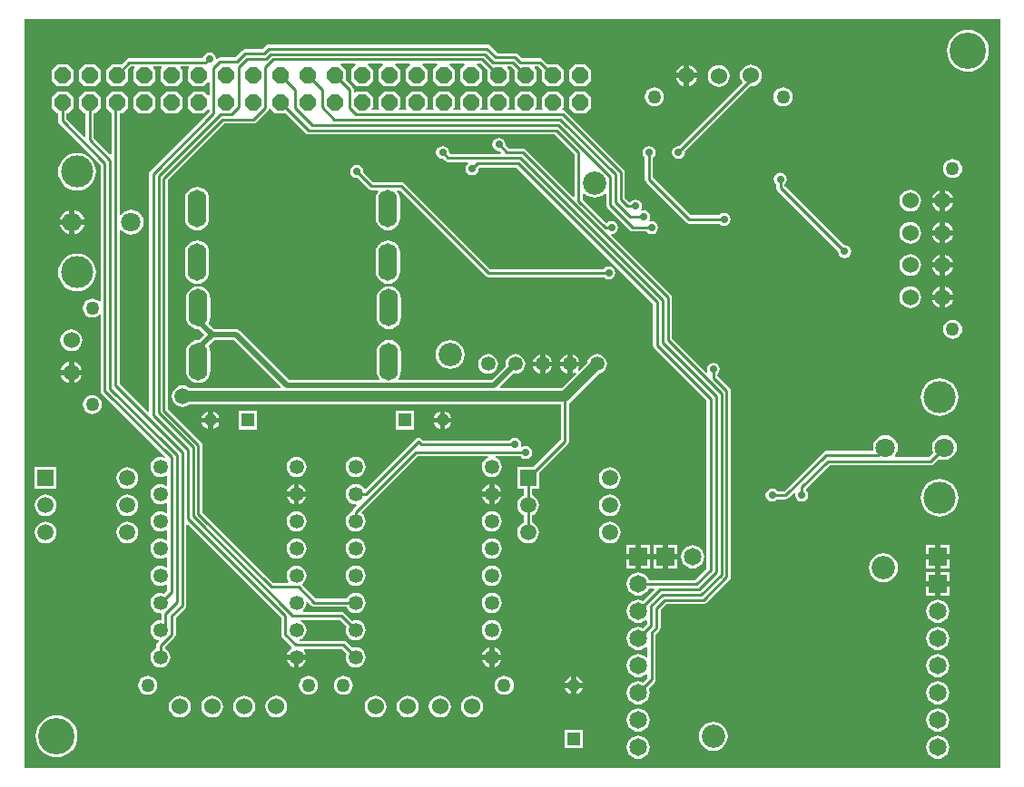
<source format=gbl>
G04 Layer_Physical_Order=2*
G04 Layer_Color=16711680*
%FSLAX44Y44*%
%MOMM*%
G71*
G01*
G75*
%ADD16R,1.5000X1.5000*%
%ADD22C,0.2500*%
%ADD24C,1.0000*%
%ADD25C,0.5000*%
%ADD28C,3.4000*%
%ADD29C,1.5240*%
%ADD30C,1.2700*%
%ADD31C,1.5000*%
%ADD32C,1.2000*%
%ADD33R,1.2000X1.2000*%
%ADD34P,1.6496X8X202.5*%
%ADD35R,1.2000X1.2000*%
%ADD36C,2.1840*%
%ADD37C,1.6510*%
%ADD38R,1.6510X1.6510*%
%ADD39C,1.3499*%
%ADD40C,2.1844*%
%ADD41C,3.0000*%
%ADD42C,1.8000*%
%ADD43O,1.7549X3.5098*%
%ADD44C,0.7000*%
G36*
X915000Y5000D02*
X5000D01*
X5000Y705000D01*
X915000D01*
X915000Y5000D01*
D02*
G37*
%LPC*%
G36*
X575000Y213195D02*
X566705D01*
Y204900D01*
X575000D01*
Y213195D01*
D02*
G37*
G36*
X588295D02*
X580000D01*
Y204900D01*
X588295D01*
Y213195D01*
D02*
G37*
G36*
X314000Y219529D02*
X311585Y219211D01*
X309335Y218279D01*
X307403Y216797D01*
X305921Y214865D01*
X304989Y212615D01*
X304671Y210200D01*
X304989Y207785D01*
X305921Y205535D01*
X307403Y203603D01*
X309335Y202121D01*
X311585Y201189D01*
X314000Y200871D01*
X316415Y201189D01*
X318665Y202121D01*
X320597Y203603D01*
X322079Y205535D01*
X323011Y207785D01*
X323329Y210200D01*
X323011Y212615D01*
X322079Y214865D01*
X320597Y216797D01*
X318665Y218279D01*
X316415Y219211D01*
X314000Y219529D01*
D02*
G37*
G36*
X441000D02*
X438585Y219211D01*
X436335Y218279D01*
X434403Y216797D01*
X432921Y214865D01*
X431989Y212615D01*
X431671Y210200D01*
X431989Y207785D01*
X432921Y205535D01*
X434403Y203603D01*
X436335Y202121D01*
X438585Y201189D01*
X441000Y200871D01*
X443415Y201189D01*
X445665Y202121D01*
X447597Y203603D01*
X449079Y205535D01*
X450011Y207785D01*
X450329Y210200D01*
X450011Y212615D01*
X449079Y214865D01*
X447597Y216797D01*
X445665Y218279D01*
X443415Y219211D01*
X441000Y219529D01*
D02*
G37*
G36*
X600400Y213195D02*
X592105D01*
Y204900D01*
X600400D01*
Y213195D01*
D02*
G37*
G36*
X867695D02*
X859400D01*
Y204900D01*
X867695D01*
Y213195D01*
D02*
G37*
G36*
X24800Y235278D02*
X22189Y234935D01*
X19757Y233927D01*
X17668Y232324D01*
X16065Y230235D01*
X15057Y227803D01*
X14713Y225192D01*
X15057Y222582D01*
X16065Y220149D01*
X17668Y218060D01*
X19757Y216457D01*
X22189Y215449D01*
X24800Y215106D01*
X27410Y215449D01*
X29843Y216457D01*
X31932Y218060D01*
X33535Y220149D01*
X34542Y222582D01*
X34886Y225192D01*
X34542Y227803D01*
X33535Y230235D01*
X31932Y232324D01*
X29843Y233927D01*
X27410Y234935D01*
X24800Y235278D01*
D02*
G37*
G36*
X613695Y213195D02*
X605400D01*
Y204900D01*
X613695D01*
Y213195D01*
D02*
G37*
G36*
X854400D02*
X846105D01*
Y204900D01*
X854400D01*
Y213195D01*
D02*
G37*
G36*
X258714Y219529D02*
X256299Y219211D01*
X254049Y218279D01*
X252117Y216797D01*
X250634Y214865D01*
X249702Y212615D01*
X249385Y210200D01*
X249702Y207785D01*
X250634Y205535D01*
X252117Y203603D01*
X254049Y202121D01*
X256299Y201189D01*
X258714Y200871D01*
X261128Y201189D01*
X263378Y202121D01*
X265310Y203603D01*
X266793Y205535D01*
X267725Y207785D01*
X268043Y210200D01*
X267725Y212615D01*
X266793Y214865D01*
X265310Y216797D01*
X263378Y218279D01*
X261128Y219211D01*
X258714Y219529D01*
D02*
G37*
G36*
X628300Y213248D02*
X625492Y212878D01*
X622876Y211794D01*
X620630Y210070D01*
X618906Y207824D01*
X617822Y205208D01*
X617452Y202400D01*
X617822Y199592D01*
X618906Y196976D01*
X620630Y194729D01*
X622876Y193006D01*
X625492Y191922D01*
X628300Y191552D01*
X631108Y191922D01*
X633724Y193006D01*
X635971Y194729D01*
X637695Y196976D01*
X638778Y199592D01*
X639148Y202400D01*
X638778Y205208D01*
X637695Y207824D01*
X635971Y210070D01*
X633724Y211794D01*
X631108Y212878D01*
X628300Y213248D01*
D02*
G37*
G36*
X575000Y199900D02*
X566705D01*
Y191605D01*
X575000D01*
Y199900D01*
D02*
G37*
G36*
X854400Y187795D02*
X846105D01*
Y179500D01*
X854400D01*
Y187795D01*
D02*
G37*
G36*
X867695D02*
X859400D01*
Y179500D01*
X867695D01*
Y187795D01*
D02*
G37*
G36*
X588295Y199900D02*
X580000D01*
Y191605D01*
X588295D01*
Y199900D01*
D02*
G37*
G36*
X854400D02*
X846105D01*
Y191605D01*
X854400D01*
Y199900D01*
D02*
G37*
G36*
X867695D02*
X859400D01*
Y191605D01*
X867695D01*
Y199900D01*
D02*
G37*
G36*
X600400D02*
X592105D01*
Y191605D01*
X600400D01*
Y199900D01*
D02*
G37*
G36*
X613695D02*
X605400D01*
Y191605D01*
X613695D01*
Y199900D01*
D02*
G37*
G36*
X101000Y235278D02*
X98389Y234935D01*
X95957Y233927D01*
X93868Y232324D01*
X92265Y230235D01*
X91257Y227803D01*
X90913Y225192D01*
X91257Y222582D01*
X92265Y220149D01*
X93868Y218060D01*
X95957Y216457D01*
X98389Y215449D01*
X101000Y215106D01*
X103610Y215449D01*
X106043Y216457D01*
X108132Y218060D01*
X109735Y220149D01*
X110742Y222582D01*
X111086Y225192D01*
X110742Y227803D01*
X109735Y230235D01*
X108132Y232324D01*
X106043Y233927D01*
X103610Y234935D01*
X101000Y235278D01*
D02*
G37*
G36*
X261214Y270019D02*
Y263500D01*
X267733D01*
X266828Y265685D01*
X265339Y267625D01*
X263399Y269114D01*
X261214Y270019D01*
D02*
G37*
G36*
X438500D02*
X436315Y269114D01*
X434375Y267625D01*
X432886Y265685D01*
X431981Y263500D01*
X438500D01*
Y270019D01*
D02*
G37*
G36*
X267733Y258500D02*
X261214D01*
Y251981D01*
X263399Y252886D01*
X265339Y254375D01*
X266828Y256315D01*
X267733Y258500D01*
D02*
G37*
G36*
X256214Y270019D02*
X254029Y269114D01*
X252089Y267625D01*
X250599Y265685D01*
X249694Y263500D01*
X256214D01*
Y270019D01*
D02*
G37*
G36*
X443500D02*
Y263500D01*
X450019D01*
X449114Y265685D01*
X447625Y267625D01*
X445685Y269114D01*
X443500Y270019D01*
D02*
G37*
G36*
X34800Y285992D02*
X14800D01*
Y265992D01*
X34800D01*
Y285992D01*
D02*
G37*
G36*
X258714Y295729D02*
X256299Y295411D01*
X254049Y294479D01*
X252117Y292997D01*
X250634Y291065D01*
X249702Y288815D01*
X249385Y286400D01*
X249702Y283985D01*
X250634Y281735D01*
X252117Y279803D01*
X254049Y278321D01*
X256299Y277389D01*
X258714Y277071D01*
X261128Y277389D01*
X263378Y278321D01*
X265310Y279803D01*
X266793Y281735D01*
X267725Y283985D01*
X268043Y286400D01*
X267725Y288815D01*
X266793Y291065D01*
X265310Y292997D01*
X263378Y294479D01*
X261128Y295411D01*
X258714Y295729D01*
D02*
G37*
G36*
X101000Y286078D02*
X98389Y285735D01*
X95957Y284727D01*
X93868Y283124D01*
X92265Y281035D01*
X91257Y278603D01*
X90913Y275992D01*
X91257Y273382D01*
X92265Y270949D01*
X93868Y268860D01*
X95957Y267257D01*
X98389Y266249D01*
X101000Y265906D01*
X103610Y266249D01*
X106043Y267257D01*
X108132Y268860D01*
X109735Y270949D01*
X110742Y273382D01*
X111086Y275992D01*
X110742Y278603D01*
X109735Y281035D01*
X108132Y283124D01*
X106043Y284727D01*
X103610Y285735D01*
X101000Y286078D01*
D02*
G37*
G36*
X551000D02*
X548390Y285735D01*
X545957Y284727D01*
X543868Y283124D01*
X542265Y281035D01*
X541257Y278603D01*
X540914Y275992D01*
X541257Y273382D01*
X542265Y270949D01*
X543868Y268860D01*
X545957Y267257D01*
X548390Y266249D01*
X551000Y265906D01*
X553610Y266249D01*
X556043Y267257D01*
X558132Y268860D01*
X559735Y270949D01*
X560742Y273382D01*
X561086Y275992D01*
X560742Y278603D01*
X559735Y281035D01*
X558132Y283124D01*
X556043Y284727D01*
X553610Y285735D01*
X551000Y286078D01*
D02*
G37*
G36*
X256214Y258500D02*
X249694D01*
X250599Y256315D01*
X252089Y254375D01*
X254029Y252886D01*
X256214Y251981D01*
Y258500D01*
D02*
G37*
G36*
X441000Y244929D02*
X438585Y244611D01*
X436335Y243679D01*
X434403Y242197D01*
X432921Y240265D01*
X431989Y238015D01*
X431671Y235600D01*
X431989Y233185D01*
X432921Y230935D01*
X434403Y229003D01*
X436335Y227521D01*
X438585Y226589D01*
X441000Y226271D01*
X443415Y226589D01*
X445665Y227521D01*
X447597Y229003D01*
X449079Y230935D01*
X450011Y233185D01*
X450329Y235600D01*
X450011Y238015D01*
X449079Y240265D01*
X447597Y242197D01*
X445665Y243679D01*
X443415Y244611D01*
X441000Y244929D01*
D02*
G37*
G36*
X858440Y275085D02*
X855009Y274747D01*
X851711Y273746D01*
X848671Y272121D01*
X846006Y269934D01*
X843819Y267269D01*
X842194Y264229D01*
X841193Y260931D01*
X840855Y257500D01*
X841193Y254069D01*
X842194Y250771D01*
X843819Y247730D01*
X846006Y245066D01*
X848671Y242879D01*
X851711Y241254D01*
X855009Y240253D01*
X858440Y239915D01*
X861871Y240253D01*
X865169Y241254D01*
X868210Y242879D01*
X870874Y245066D01*
X873061Y247730D01*
X874686Y250771D01*
X875687Y254069D01*
X876025Y257500D01*
X875687Y260931D01*
X874686Y264229D01*
X873061Y267269D01*
X870874Y269934D01*
X868210Y272121D01*
X865169Y273746D01*
X861871Y274747D01*
X858440Y275085D01*
D02*
G37*
G36*
X551000Y235278D02*
X548390Y234935D01*
X545957Y233927D01*
X543868Y232324D01*
X542265Y230235D01*
X541257Y227803D01*
X540914Y225192D01*
X541257Y222582D01*
X542265Y220149D01*
X543868Y218060D01*
X545957Y216457D01*
X548390Y215449D01*
X551000Y215106D01*
X553610Y215449D01*
X556043Y216457D01*
X558132Y218060D01*
X559735Y220149D01*
X560742Y222582D01*
X561086Y225192D01*
X560742Y227803D01*
X559735Y230235D01*
X558132Y232324D01*
X556043Y233927D01*
X553610Y234935D01*
X551000Y235278D01*
D02*
G37*
G36*
X258714Y244929D02*
X256299Y244611D01*
X254049Y243679D01*
X252117Y242197D01*
X250634Y240265D01*
X249702Y238015D01*
X249385Y235600D01*
X249702Y233185D01*
X250634Y230935D01*
X252117Y229003D01*
X254049Y227521D01*
X256299Y226589D01*
X258714Y226271D01*
X261128Y226589D01*
X263378Y227521D01*
X265310Y229003D01*
X266793Y230935D01*
X267725Y233185D01*
X268043Y235600D01*
X267725Y238015D01*
X266793Y240265D01*
X265310Y242197D01*
X263378Y243679D01*
X261128Y244611D01*
X258714Y244929D01*
D02*
G37*
G36*
X24800Y260678D02*
X22189Y260335D01*
X19757Y259327D01*
X17668Y257724D01*
X16065Y255635D01*
X15057Y253202D01*
X14713Y250592D01*
X15057Y247981D01*
X16065Y245549D01*
X17668Y243460D01*
X19757Y241857D01*
X22189Y240849D01*
X24800Y240506D01*
X27410Y240849D01*
X29843Y241857D01*
X31932Y243460D01*
X33535Y245549D01*
X34542Y247981D01*
X34886Y250592D01*
X34542Y253202D01*
X33535Y255635D01*
X31932Y257724D01*
X29843Y259327D01*
X27410Y260335D01*
X24800Y260678D01*
D02*
G37*
G36*
X438500Y258500D02*
X431981D01*
X432886Y256315D01*
X434375Y254375D01*
X436315Y252886D01*
X438500Y251981D01*
Y258500D01*
D02*
G37*
G36*
X450019D02*
X443500D01*
Y251981D01*
X445685Y252886D01*
X447625Y254375D01*
X449114Y256315D01*
X450019Y258500D01*
D02*
G37*
G36*
X101000Y260678D02*
X98389Y260335D01*
X95957Y259327D01*
X93868Y257724D01*
X92265Y255635D01*
X91257Y253202D01*
X90913Y250592D01*
X91257Y247981D01*
X92265Y245549D01*
X93868Y243460D01*
X95957Y241857D01*
X98389Y240849D01*
X101000Y240506D01*
X103610Y240849D01*
X106043Y241857D01*
X108132Y243460D01*
X109735Y245549D01*
X110742Y247981D01*
X111086Y250592D01*
X110742Y253202D01*
X109735Y255635D01*
X108132Y257724D01*
X106043Y259327D01*
X103610Y260335D01*
X101000Y260678D01*
D02*
G37*
G36*
X551000D02*
X548390Y260335D01*
X545957Y259327D01*
X543868Y257724D01*
X542265Y255635D01*
X541257Y253202D01*
X540914Y250592D01*
X541257Y247981D01*
X542265Y245549D01*
X543868Y243460D01*
X545957Y241857D01*
X548390Y240849D01*
X551000Y240506D01*
X553610Y240849D01*
X556043Y241857D01*
X558132Y243460D01*
X559735Y245549D01*
X560742Y247981D01*
X561086Y250592D01*
X560742Y253202D01*
X559735Y255635D01*
X558132Y257724D01*
X556043Y259327D01*
X553610Y260335D01*
X551000Y260678D01*
D02*
G37*
G36*
X806100Y205776D02*
X802597Y205315D01*
X799332Y203962D01*
X796529Y201811D01*
X794378Y199008D01*
X793026Y195743D01*
X792564Y192240D01*
X793026Y188737D01*
X794378Y185472D01*
X796529Y182669D01*
X799332Y180518D01*
X802597Y179165D01*
X806100Y178704D01*
X809603Y179165D01*
X812868Y180518D01*
X815671Y182669D01*
X817822Y185472D01*
X819175Y188737D01*
X819636Y192240D01*
X819175Y195743D01*
X817822Y199008D01*
X815671Y201811D01*
X812868Y203962D01*
X809603Y205315D01*
X806100Y205776D01*
D02*
G37*
G36*
X362500Y72707D02*
X359858Y72359D01*
X357396Y71340D01*
X355282Y69718D01*
X353660Y67604D01*
X352640Y65142D01*
X352293Y62500D01*
X352640Y59858D01*
X353660Y57396D01*
X355282Y55282D01*
X357396Y53660D01*
X359858Y52641D01*
X362500Y52293D01*
X365142Y52641D01*
X367604Y53660D01*
X369718Y55282D01*
X371340Y57396D01*
X372360Y59858D01*
X372707Y62500D01*
X372360Y65142D01*
X371340Y67604D01*
X369718Y69718D01*
X367604Y71340D01*
X365142Y72359D01*
X362500Y72707D01*
D02*
G37*
G36*
X392500D02*
X389858Y72359D01*
X387396Y71340D01*
X385282Y69718D01*
X383660Y67604D01*
X382640Y65142D01*
X382293Y62500D01*
X382640Y59858D01*
X383660Y57396D01*
X385282Y55282D01*
X387396Y53660D01*
X389858Y52641D01*
X392500Y52293D01*
X395142Y52641D01*
X397604Y53660D01*
X399718Y55282D01*
X401340Y57396D01*
X402360Y59858D01*
X402707Y62500D01*
X402360Y65142D01*
X401340Y67604D01*
X399718Y69718D01*
X397604Y71340D01*
X395142Y72359D01*
X392500Y72707D01*
D02*
G37*
G36*
X240000D02*
X237358Y72359D01*
X234896Y71340D01*
X232782Y69718D01*
X231160Y67604D01*
X230140Y65142D01*
X229793Y62500D01*
X230140Y59858D01*
X231160Y57396D01*
X232782Y55282D01*
X234896Y53660D01*
X237358Y52641D01*
X240000Y52293D01*
X242642Y52641D01*
X245104Y53660D01*
X247218Y55282D01*
X248840Y57396D01*
X249860Y59858D01*
X250207Y62500D01*
X249860Y65142D01*
X248840Y67604D01*
X247218Y69718D01*
X245104Y71340D01*
X242642Y72359D01*
X240000Y72707D01*
D02*
G37*
G36*
X332500D02*
X329858Y72359D01*
X327396Y71340D01*
X325282Y69718D01*
X323660Y67604D01*
X322640Y65142D01*
X322293Y62500D01*
X322640Y59858D01*
X323660Y57396D01*
X325282Y55282D01*
X327396Y53660D01*
X329858Y52641D01*
X332500Y52293D01*
X335142Y52641D01*
X337604Y53660D01*
X339718Y55282D01*
X341340Y57396D01*
X342360Y59858D01*
X342707Y62500D01*
X342360Y65142D01*
X341340Y67604D01*
X339718Y69718D01*
X337604Y71340D01*
X335142Y72359D01*
X332500Y72707D01*
D02*
G37*
G36*
X422500D02*
X419858Y72359D01*
X417396Y71340D01*
X415282Y69718D01*
X413660Y67604D01*
X412640Y65142D01*
X412293Y62500D01*
X412640Y59858D01*
X413660Y57396D01*
X415282Y55282D01*
X417396Y53660D01*
X419858Y52641D01*
X422500Y52293D01*
X425142Y52641D01*
X427604Y53660D01*
X429718Y55282D01*
X431340Y57396D01*
X432360Y59858D01*
X432707Y62500D01*
X432360Y65142D01*
X431340Y67604D01*
X429718Y69718D01*
X427604Y71340D01*
X425142Y72359D01*
X422500Y72707D01*
D02*
G37*
G36*
X270000Y91426D02*
X267690Y91122D01*
X265537Y90231D01*
X263688Y88812D01*
X262270Y86963D01*
X261378Y84810D01*
X261074Y82500D01*
X261378Y80190D01*
X262270Y78037D01*
X263688Y76188D01*
X265537Y74770D01*
X267690Y73878D01*
X270000Y73574D01*
X272310Y73878D01*
X274463Y74770D01*
X276312Y76188D01*
X277731Y78037D01*
X278622Y80190D01*
X278926Y82500D01*
X278622Y84810D01*
X277731Y86963D01*
X276312Y88812D01*
X274463Y90231D01*
X272310Y91122D01*
X270000Y91426D01*
D02*
G37*
G36*
X302500D02*
X300190Y91122D01*
X298037Y90231D01*
X296188Y88812D01*
X294769Y86963D01*
X293878Y84810D01*
X293574Y82500D01*
X293878Y80190D01*
X294769Y78037D01*
X296188Y76188D01*
X298037Y74770D01*
X300190Y73878D01*
X302500Y73574D01*
X304810Y73878D01*
X306963Y74770D01*
X308812Y76188D01*
X310231Y78037D01*
X311122Y80190D01*
X311426Y82500D01*
X311122Y84810D01*
X310231Y86963D01*
X308812Y88812D01*
X306963Y90231D01*
X304810Y91122D01*
X302500Y91426D01*
D02*
G37*
G36*
X856900Y86248D02*
X854092Y85878D01*
X851476Y84795D01*
X849230Y83070D01*
X847506Y80824D01*
X846422Y78208D01*
X846052Y75400D01*
X846422Y72592D01*
X847506Y69976D01*
X849230Y67730D01*
X851476Y66006D01*
X854092Y64922D01*
X856900Y64552D01*
X859708Y64922D01*
X862324Y66006D01*
X864571Y67730D01*
X866294Y69976D01*
X867378Y72592D01*
X867748Y75400D01*
X867378Y78208D01*
X866294Y80824D01*
X864571Y83070D01*
X862324Y84795D01*
X859708Y85878D01*
X856900Y86248D01*
D02*
G37*
G36*
X120000Y91426D02*
X117690Y91122D01*
X115537Y90231D01*
X113688Y88812D01*
X112269Y86963D01*
X111378Y84810D01*
X111074Y82500D01*
X111378Y80190D01*
X112269Y78037D01*
X113688Y76188D01*
X115537Y74770D01*
X117690Y73878D01*
X120000Y73574D01*
X122310Y73878D01*
X124463Y74770D01*
X126312Y76188D01*
X127731Y78037D01*
X128622Y80190D01*
X128926Y82500D01*
X128622Y84810D01*
X127731Y86963D01*
X126312Y88812D01*
X124463Y90231D01*
X122310Y91122D01*
X120000Y91426D01*
D02*
G37*
G36*
X210000Y72707D02*
X207358Y72359D01*
X204896Y71340D01*
X202782Y69718D01*
X201160Y67604D01*
X200140Y65142D01*
X199793Y62500D01*
X200140Y59858D01*
X201160Y57396D01*
X202782Y55282D01*
X204896Y53660D01*
X207358Y52641D01*
X210000Y52293D01*
X212642Y52641D01*
X215104Y53660D01*
X217218Y55282D01*
X218840Y57396D01*
X219860Y59858D01*
X220207Y62500D01*
X219860Y65142D01*
X218840Y67604D01*
X217218Y69718D01*
X215104Y71340D01*
X212642Y72359D01*
X210000Y72707D01*
D02*
G37*
G36*
X35000Y54594D02*
X31177Y54218D01*
X27502Y53103D01*
X24114Y51292D01*
X21145Y48855D01*
X18708Y45886D01*
X16897Y42498D01*
X15782Y38823D01*
X15406Y35000D01*
X15782Y31177D01*
X16897Y27502D01*
X18708Y24114D01*
X21145Y21145D01*
X24114Y18708D01*
X27502Y16897D01*
X31177Y15782D01*
X35000Y15406D01*
X38823Y15782D01*
X42498Y16897D01*
X45886Y18708D01*
X48855Y21145D01*
X51292Y24114D01*
X53103Y27502D01*
X54218Y31177D01*
X54594Y35000D01*
X54218Y38823D01*
X53103Y42498D01*
X51292Y45886D01*
X48855Y48855D01*
X45886Y51292D01*
X42498Y53103D01*
X38823Y54218D01*
X35000Y54594D01*
D02*
G37*
G36*
X647350Y48296D02*
X643847Y47835D01*
X640582Y46482D01*
X637779Y44331D01*
X635628Y41528D01*
X634276Y38263D01*
X633814Y34760D01*
X634276Y31257D01*
X635628Y27992D01*
X637779Y25189D01*
X640582Y23038D01*
X643847Y21685D01*
X647350Y21224D01*
X650853Y21685D01*
X654118Y23038D01*
X656921Y25189D01*
X659072Y27992D01*
X660425Y31257D01*
X660886Y34760D01*
X660425Y38263D01*
X659072Y41528D01*
X656921Y44331D01*
X654118Y46482D01*
X650853Y47835D01*
X647350Y48296D01*
D02*
G37*
G36*
X577500Y35448D02*
X574692Y35078D01*
X572076Y33995D01*
X569829Y32271D01*
X568106Y30024D01*
X567022Y27408D01*
X566652Y24600D01*
X567022Y21792D01*
X568106Y19176D01*
X569829Y16930D01*
X572076Y15206D01*
X574692Y14122D01*
X577500Y13752D01*
X580308Y14122D01*
X582924Y15206D01*
X585171Y16930D01*
X586894Y19176D01*
X587978Y21792D01*
X588348Y24600D01*
X587978Y27408D01*
X586894Y30024D01*
X585171Y32271D01*
X582924Y33995D01*
X580308Y35078D01*
X577500Y35448D01*
D02*
G37*
G36*
X856900D02*
X854092Y35078D01*
X851476Y33995D01*
X849230Y32271D01*
X847506Y30024D01*
X846422Y27408D01*
X846052Y24600D01*
X846422Y21792D01*
X847506Y19176D01*
X849230Y16930D01*
X851476Y15206D01*
X854092Y14122D01*
X856900Y13752D01*
X859708Y14122D01*
X862324Y15206D01*
X864571Y16930D01*
X866294Y19176D01*
X867378Y21792D01*
X867748Y24600D01*
X867378Y27408D01*
X866294Y30024D01*
X864571Y32271D01*
X862324Y33995D01*
X859708Y35078D01*
X856900Y35448D01*
D02*
G37*
G36*
X526000Y41000D02*
X509000D01*
Y24000D01*
X526000D01*
Y41000D01*
D02*
G37*
G36*
X150000Y72707D02*
X147358Y72359D01*
X144896Y71340D01*
X142782Y69718D01*
X141160Y67604D01*
X140140Y65142D01*
X139793Y62500D01*
X140140Y59858D01*
X141160Y57396D01*
X142782Y55282D01*
X144896Y53660D01*
X147358Y52641D01*
X150000Y52293D01*
X152642Y52641D01*
X155104Y53660D01*
X157218Y55282D01*
X158840Y57396D01*
X159860Y59858D01*
X160207Y62500D01*
X159860Y65142D01*
X158840Y67604D01*
X157218Y69718D01*
X155104Y71340D01*
X152642Y72359D01*
X150000Y72707D01*
D02*
G37*
G36*
X180000D02*
X177358Y72359D01*
X174896Y71340D01*
X172782Y69718D01*
X171160Y67604D01*
X170140Y65142D01*
X169793Y62500D01*
X170140Y59858D01*
X171160Y57396D01*
X172782Y55282D01*
X174896Y53660D01*
X177358Y52641D01*
X180000Y52293D01*
X182642Y52641D01*
X185104Y53660D01*
X187218Y55282D01*
X188840Y57396D01*
X189860Y59858D01*
X190207Y62500D01*
X189860Y65142D01*
X188840Y67604D01*
X187218Y69718D01*
X185104Y71340D01*
X182642Y72359D01*
X180000Y72707D01*
D02*
G37*
G36*
X577500Y60848D02*
X574692Y60478D01*
X572076Y59394D01*
X569829Y57670D01*
X568106Y55424D01*
X567022Y52808D01*
X566652Y50000D01*
X567022Y47192D01*
X568106Y44576D01*
X569829Y42330D01*
X572076Y40606D01*
X574692Y39522D01*
X577500Y39152D01*
X580308Y39522D01*
X582924Y40606D01*
X585171Y42330D01*
X586894Y44576D01*
X587978Y47192D01*
X588348Y50000D01*
X587978Y52808D01*
X586894Y55424D01*
X585171Y57670D01*
X582924Y59394D01*
X580308Y60478D01*
X577500Y60848D01*
D02*
G37*
G36*
X856900D02*
X854092Y60478D01*
X851476Y59394D01*
X849230Y57670D01*
X847506Y55424D01*
X846422Y52808D01*
X846052Y50000D01*
X846422Y47192D01*
X847506Y44576D01*
X849230Y42330D01*
X851476Y40606D01*
X854092Y39522D01*
X856900Y39152D01*
X859708Y39522D01*
X862324Y40606D01*
X864571Y42330D01*
X866294Y44576D01*
X867378Y47192D01*
X867748Y50000D01*
X867378Y52808D01*
X866294Y55424D01*
X864571Y57670D01*
X862324Y59394D01*
X859708Y60478D01*
X856900Y60848D01*
D02*
G37*
G36*
X452500Y91426D02*
X450190Y91122D01*
X448037Y90231D01*
X446188Y88812D01*
X444770Y86963D01*
X443878Y84810D01*
X443574Y82500D01*
X443878Y80190D01*
X444770Y78037D01*
X446188Y76188D01*
X448037Y74770D01*
X450190Y73878D01*
X452500Y73574D01*
X454810Y73878D01*
X456963Y74770D01*
X458812Y76188D01*
X460230Y78037D01*
X461122Y80190D01*
X461426Y82500D01*
X461122Y84810D01*
X460230Y86963D01*
X458812Y88812D01*
X456963Y90231D01*
X454810Y91122D01*
X452500Y91426D01*
D02*
G37*
G36*
X441000Y143329D02*
X438585Y143011D01*
X436335Y142079D01*
X434403Y140597D01*
X432921Y138665D01*
X431989Y136415D01*
X431671Y134000D01*
X431989Y131585D01*
X432921Y129335D01*
X434403Y127403D01*
X436335Y125921D01*
X438585Y124989D01*
X441000Y124671D01*
X443415Y124989D01*
X445665Y125921D01*
X447597Y127403D01*
X449079Y129335D01*
X450011Y131585D01*
X450329Y134000D01*
X450011Y136415D01*
X449079Y138665D01*
X447597Y140597D01*
X445665Y142079D01*
X443415Y143011D01*
X441000Y143329D01*
D02*
G37*
G36*
X856900Y162448D02*
X854092Y162078D01*
X851476Y160994D01*
X849230Y159270D01*
X847506Y157024D01*
X846422Y154408D01*
X846052Y151600D01*
X846422Y148792D01*
X847506Y146176D01*
X849230Y143930D01*
X851476Y142205D01*
X854092Y141122D01*
X856900Y140752D01*
X859708Y141122D01*
X862324Y142205D01*
X864571Y143930D01*
X866294Y146176D01*
X867378Y148792D01*
X867748Y151600D01*
X867378Y154408D01*
X866294Y157024D01*
X864571Y159270D01*
X862324Y160994D01*
X859708Y162078D01*
X856900Y162448D01*
D02*
G37*
G36*
X443500Y117619D02*
Y111100D01*
X450019D01*
X449114Y113285D01*
X447625Y115225D01*
X445685Y116714D01*
X443500Y117619D01*
D02*
G37*
G36*
X856900Y137048D02*
X854092Y136678D01*
X851476Y135595D01*
X849230Y133870D01*
X847506Y131624D01*
X846422Y129008D01*
X846052Y126200D01*
X846422Y123392D01*
X847506Y120776D01*
X849230Y118530D01*
X851476Y116805D01*
X854092Y115722D01*
X856900Y115352D01*
X859708Y115722D01*
X862324Y116805D01*
X864571Y118530D01*
X866294Y120776D01*
X867378Y123392D01*
X867748Y126200D01*
X867378Y129008D01*
X866294Y131624D01*
X864571Y133870D01*
X862324Y135595D01*
X859708Y136678D01*
X856900Y137048D01*
D02*
G37*
G36*
X441000Y168729D02*
X438585Y168411D01*
X436335Y167479D01*
X434403Y165997D01*
X432921Y164065D01*
X431989Y161815D01*
X431671Y159400D01*
X431989Y156985D01*
X432921Y154735D01*
X434403Y152803D01*
X436335Y151321D01*
X438585Y150389D01*
X441000Y150071D01*
X443415Y150389D01*
X445665Y151321D01*
X447597Y152803D01*
X449079Y154735D01*
X450011Y156985D01*
X450329Y159400D01*
X450011Y161815D01*
X449079Y164065D01*
X447597Y165997D01*
X445665Y167479D01*
X443415Y168411D01*
X441000Y168729D01*
D02*
G37*
G36*
X314000Y194129D02*
X311585Y193811D01*
X309335Y192879D01*
X307403Y191397D01*
X305921Y189465D01*
X304989Y187215D01*
X304671Y184800D01*
X304989Y182385D01*
X305921Y180135D01*
X307403Y178203D01*
X309335Y176721D01*
X311585Y175789D01*
X314000Y175471D01*
X316415Y175789D01*
X318665Y176721D01*
X320597Y178203D01*
X322079Y180135D01*
X323011Y182385D01*
X323329Y184800D01*
X323011Y187215D01*
X322079Y189465D01*
X320597Y191397D01*
X318665Y192879D01*
X316415Y193811D01*
X314000Y194129D01*
D02*
G37*
G36*
X441000D02*
X438585Y193811D01*
X436335Y192879D01*
X434403Y191397D01*
X432921Y189465D01*
X431989Y187215D01*
X431671Y184800D01*
X431989Y182385D01*
X432921Y180135D01*
X434403Y178203D01*
X436335Y176721D01*
X438585Y175789D01*
X441000Y175471D01*
X443415Y175789D01*
X445665Y176721D01*
X447597Y178203D01*
X449079Y180135D01*
X450011Y182385D01*
X450329Y184800D01*
X450011Y187215D01*
X449079Y189465D01*
X447597Y191397D01*
X445665Y192879D01*
X443415Y193811D01*
X441000Y194129D01*
D02*
G37*
G36*
X854400Y174500D02*
X846105D01*
Y166205D01*
X854400D01*
Y174500D01*
D02*
G37*
G36*
X867695D02*
X859400D01*
Y166205D01*
X867695D01*
Y174500D01*
D02*
G37*
G36*
X438500Y117619D02*
X436315Y116714D01*
X434375Y115225D01*
X432886Y113285D01*
X431981Y111100D01*
X438500D01*
Y117619D01*
D02*
G37*
G36*
X515000Y90708D02*
X513193Y89960D01*
X511409Y88591D01*
X510040Y86807D01*
X509292Y85000D01*
X515000D01*
Y90708D01*
D02*
G37*
G36*
X520000Y90708D02*
Y85000D01*
X525708D01*
X524960Y86807D01*
X523591Y88591D01*
X521807Y89960D01*
X520000Y90708D01*
D02*
G37*
G36*
X515000Y80000D02*
X509292D01*
X510040Y78193D01*
X511409Y76409D01*
X513193Y75040D01*
X515000Y74292D01*
Y80000D01*
D02*
G37*
G36*
X525708D02*
X520000D01*
Y74292D01*
X521807Y75040D01*
X523591Y76409D01*
X524960Y78193D01*
X525708Y80000D01*
D02*
G37*
G36*
X856900Y111648D02*
X854092Y111278D01*
X851476Y110195D01*
X849230Y108470D01*
X847506Y106224D01*
X846422Y103608D01*
X846052Y100800D01*
X846422Y97992D01*
X847506Y95376D01*
X849230Y93130D01*
X851476Y91405D01*
X854092Y90322D01*
X856900Y89952D01*
X859708Y90322D01*
X862324Y91405D01*
X864571Y93130D01*
X866294Y95376D01*
X867378Y97992D01*
X867748Y100800D01*
X867378Y103608D01*
X866294Y106224D01*
X864571Y108470D01*
X862324Y110195D01*
X859708Y111278D01*
X856900Y111648D01*
D02*
G37*
G36*
X256214Y106100D02*
X249694D01*
X250599Y103915D01*
X252089Y101975D01*
X254029Y100486D01*
X256214Y99581D01*
Y106100D01*
D02*
G37*
G36*
X267733D02*
X261214D01*
Y99581D01*
X263399Y100486D01*
X265339Y101975D01*
X266828Y103915D01*
X267733Y106100D01*
D02*
G37*
G36*
X438500D02*
X431981D01*
X432886Y103915D01*
X434375Y101975D01*
X436315Y100486D01*
X438500Y99581D01*
Y106100D01*
D02*
G37*
G36*
X450019D02*
X443500D01*
Y99581D01*
X445685Y100486D01*
X447625Y101975D01*
X449114Y103915D01*
X450019Y106100D01*
D02*
G37*
G36*
X314000Y295729D02*
X311585Y295411D01*
X309335Y294479D01*
X307403Y292997D01*
X305921Y291065D01*
X304989Y288815D01*
X304671Y286400D01*
X304989Y283985D01*
X305921Y281735D01*
X307403Y279803D01*
X309335Y278321D01*
X311585Y277389D01*
X314000Y277071D01*
X316415Y277389D01*
X318665Y278321D01*
X320597Y279803D01*
X322079Y281735D01*
X323011Y283985D01*
X323329Y286400D01*
X323011Y288815D01*
X322079Y291065D01*
X320597Y292997D01*
X318665Y294479D01*
X316415Y295411D01*
X314000Y295729D01*
D02*
G37*
G36*
X863790Y514919D02*
Y507500D01*
X871209D01*
X871189Y507652D01*
X870165Y510124D01*
X868536Y512246D01*
X866414Y513875D01*
X863942Y514898D01*
X863790Y514919D01*
D02*
G37*
G36*
X587500Y586118D02*
X585159Y585652D01*
X583174Y584326D01*
X581848Y582341D01*
X581382Y580000D01*
X581848Y577659D01*
X583174Y575674D01*
X583677Y575339D01*
Y555000D01*
X583968Y553537D01*
X584796Y552296D01*
X622296Y514796D01*
X623537Y513968D01*
X625000Y513677D01*
X652839D01*
X653174Y513174D01*
X655159Y511848D01*
X657500Y511382D01*
X659841Y511848D01*
X661826Y513174D01*
X663152Y515159D01*
X663617Y517500D01*
X663152Y519841D01*
X661826Y521826D01*
X659841Y523152D01*
X657500Y523618D01*
X655159Y523152D01*
X653174Y521826D01*
X652839Y521323D01*
X626584D01*
X591323Y556584D01*
Y575339D01*
X591826Y575674D01*
X593152Y577659D01*
X593618Y580000D01*
X593152Y582341D01*
X591826Y584326D01*
X589841Y585652D01*
X587500Y586118D01*
D02*
G37*
G36*
X858790Y514919D02*
X858638Y514898D01*
X856166Y513875D01*
X854044Y512246D01*
X852415Y510124D01*
X851392Y507652D01*
X851372Y507500D01*
X858790D01*
Y514919D01*
D02*
G37*
G36*
X47000Y512500D02*
X38190D01*
X38257Y511987D01*
X39420Y509180D01*
X41270Y506770D01*
X43680Y504920D01*
X46487Y503757D01*
X47000Y503690D01*
Y512500D01*
D02*
G37*
G36*
X166004Y547649D02*
X163060Y547261D01*
X160318Y546125D01*
X157963Y544318D01*
X156156Y541963D01*
X155019Y539220D01*
X154632Y536277D01*
Y518728D01*
X155019Y515785D01*
X156156Y513042D01*
X157963Y510687D01*
X160318Y508880D01*
X163060Y507744D01*
X166004Y507356D01*
X168947Y507744D01*
X171689Y508880D01*
X174045Y510687D01*
X175852Y513042D01*
X176988Y515785D01*
X177375Y518728D01*
Y536277D01*
X176988Y539220D01*
X175852Y541963D01*
X174045Y544318D01*
X171689Y546125D01*
X168947Y547261D01*
X166004Y547649D01*
D02*
G37*
G36*
X871209Y532500D02*
X863790D01*
Y525081D01*
X863942Y525102D01*
X866414Y526125D01*
X868536Y527754D01*
X870165Y529876D01*
X871189Y532348D01*
X871209Y532500D01*
D02*
G37*
G36*
X858790D02*
X851372D01*
X851392Y532348D01*
X852415Y529876D01*
X854044Y527754D01*
X856166Y526125D01*
X858638Y525102D01*
X858790Y525081D01*
Y532500D01*
D02*
G37*
G36*
X831290Y545207D02*
X828648Y544860D01*
X826186Y543840D01*
X824072Y542218D01*
X822450Y540104D01*
X821431Y537642D01*
X821083Y535000D01*
X821431Y532358D01*
X822450Y529896D01*
X824072Y527782D01*
X826186Y526160D01*
X828648Y525140D01*
X831290Y524793D01*
X833932Y525140D01*
X836394Y526160D01*
X838508Y527782D01*
X840130Y529896D01*
X841150Y532358D01*
X841497Y535000D01*
X841150Y537642D01*
X840130Y540104D01*
X838508Y542218D01*
X836394Y543840D01*
X833932Y544860D01*
X831290Y545207D01*
D02*
G37*
G36*
X47000Y526310D02*
X46487Y526243D01*
X43680Y525080D01*
X41270Y523230D01*
X39420Y520820D01*
X38257Y518013D01*
X38190Y517500D01*
X47000D01*
Y526310D01*
D02*
G37*
G36*
X52000Y526311D02*
Y517500D01*
X60810D01*
X60743Y518013D01*
X59580Y520820D01*
X57730Y523230D01*
X55320Y525080D01*
X52512Y526243D01*
X52000Y526311D01*
D02*
G37*
G36*
X858790Y484919D02*
X858638Y484898D01*
X856166Y483875D01*
X854044Y482246D01*
X852415Y480124D01*
X851392Y477652D01*
X851372Y477500D01*
X858790D01*
Y484919D01*
D02*
G37*
G36*
X863790D02*
Y477500D01*
X871209D01*
X871189Y477652D01*
X870165Y480124D01*
X868536Y482246D01*
X866414Y483875D01*
X863942Y484898D01*
X863790Y484919D01*
D02*
G37*
G36*
X871209Y472500D02*
X863790D01*
Y465081D01*
X863942Y465102D01*
X866414Y466125D01*
X868536Y467754D01*
X870165Y469876D01*
X871189Y472348D01*
X871209Y472500D01*
D02*
G37*
G36*
X831290Y485207D02*
X828648Y484860D01*
X826186Y483840D01*
X824072Y482218D01*
X822450Y480104D01*
X821431Y477642D01*
X821083Y475000D01*
X821431Y472358D01*
X822450Y469896D01*
X824072Y467782D01*
X826186Y466160D01*
X828648Y465140D01*
X831290Y464793D01*
X833932Y465140D01*
X836394Y466160D01*
X838508Y467782D01*
X840130Y469896D01*
X841150Y472358D01*
X841497Y475000D01*
X841150Y477642D01*
X840130Y480104D01*
X838508Y482218D01*
X836394Y483840D01*
X833932Y484860D01*
X831290Y485207D01*
D02*
G37*
G36*
X858790Y472500D02*
X851372D01*
X851392Y472348D01*
X852415Y469876D01*
X854044Y467754D01*
X856166Y466125D01*
X858638Y465102D01*
X858790Y465081D01*
Y472500D01*
D02*
G37*
G36*
X858790Y502500D02*
X851372D01*
X851392Y502348D01*
X852415Y499876D01*
X854044Y497754D01*
X856166Y496125D01*
X858638Y495102D01*
X858790Y495081D01*
Y502500D01*
D02*
G37*
G36*
X60810Y512500D02*
X52000D01*
Y503690D01*
X52512Y503757D01*
X55320Y504920D01*
X57730Y506770D01*
X59580Y509180D01*
X60743Y511987D01*
X60810Y512500D01*
D02*
G37*
G36*
X871209Y502500D02*
X863790D01*
Y495081D01*
X863942Y495102D01*
X866414Y496125D01*
X868536Y497754D01*
X870165Y499876D01*
X871189Y502348D01*
X871209Y502500D01*
D02*
G37*
G36*
X710000Y561323D02*
X708537Y561032D01*
X708098Y560739D01*
X707659Y560652D01*
X705674Y559326D01*
X704348Y557341D01*
X703883Y555000D01*
X704348Y552659D01*
X705674Y550674D01*
X706177Y550339D01*
Y547500D01*
X706468Y546037D01*
X707296Y544796D01*
X764000Y488092D01*
X763883Y487500D01*
X764348Y485159D01*
X765674Y483174D01*
X767659Y481848D01*
X770000Y481382D01*
X772341Y481848D01*
X774326Y483174D01*
X775652Y485159D01*
X776117Y487500D01*
X775652Y489841D01*
X774326Y491826D01*
X772341Y493152D01*
X770000Y493618D01*
X769408Y493500D01*
X713823Y549084D01*
Y550339D01*
X714326Y550674D01*
X715652Y552659D01*
X716117Y555000D01*
X715652Y557341D01*
X714326Y559326D01*
X712341Y560652D01*
X711902Y560739D01*
X711463Y561032D01*
X710000Y561323D01*
D02*
G37*
G36*
X831290Y515207D02*
X828648Y514860D01*
X826186Y513840D01*
X824072Y512218D01*
X822450Y510104D01*
X821431Y507642D01*
X821083Y505000D01*
X821431Y502358D01*
X822450Y499896D01*
X824072Y497782D01*
X826186Y496160D01*
X828648Y495140D01*
X831290Y494793D01*
X833932Y495140D01*
X836394Y496160D01*
X838508Y497782D01*
X840130Y499896D01*
X841150Y502358D01*
X841497Y505000D01*
X841150Y507642D01*
X840130Y510104D01*
X838508Y512218D01*
X836394Y513840D01*
X833932Y514860D01*
X831290Y515207D01*
D02*
G37*
G36*
X45360Y662620D02*
X35240D01*
X30180Y657560D01*
Y647440D01*
X35240Y642380D01*
X45360D01*
X50420Y647440D01*
Y657560D01*
X45360Y662620D01*
D02*
G37*
G36*
X70760D02*
X60640D01*
X55580Y657560D01*
Y647440D01*
X60640Y642380D01*
X70760D01*
X75820Y647440D01*
Y657560D01*
X70760Y662620D01*
D02*
G37*
G36*
X632419Y649455D02*
X625001D01*
Y642037D01*
X625153Y642057D01*
X627625Y643080D01*
X629747Y644709D01*
X631376Y646831D01*
X632399Y649303D01*
X632419Y649455D01*
D02*
G37*
G36*
X682501Y662162D02*
X679859Y661815D01*
X677397Y660795D01*
X675283Y659173D01*
X673661Y657059D01*
X672641Y654597D01*
X672293Y651955D01*
X672641Y649313D01*
X673661Y646851D01*
X674869Y645277D01*
X615592Y586000D01*
X615000Y586118D01*
X612659Y585652D01*
X610674Y584326D01*
X609348Y582341D01*
X608882Y580000D01*
X609348Y577659D01*
X610674Y575674D01*
X612659Y574348D01*
X615000Y573882D01*
X617341Y574348D01*
X619326Y575674D01*
X620652Y577659D01*
X621118Y580000D01*
X621000Y580592D01*
X682195Y641788D01*
X682501Y641748D01*
X685143Y642096D01*
X687605Y643115D01*
X689718Y644737D01*
X691341Y646851D01*
X692360Y649313D01*
X692708Y651955D01*
X692360Y654597D01*
X691341Y657059D01*
X689718Y659173D01*
X687605Y660795D01*
X685143Y661815D01*
X682501Y662162D01*
D02*
G37*
G36*
X620001Y649455D02*
X612582D01*
X612602Y649303D01*
X613626Y646831D01*
X615255Y644709D01*
X617377Y643080D01*
X619849Y642057D01*
X620001Y642037D01*
Y649455D01*
D02*
G37*
G36*
X885000Y694594D02*
X881177Y694218D01*
X877502Y693103D01*
X874114Y691292D01*
X871145Y688855D01*
X868708Y685886D01*
X866897Y682498D01*
X865782Y678823D01*
X865406Y675000D01*
X865782Y671177D01*
X866897Y667502D01*
X868708Y664114D01*
X871145Y661145D01*
X874114Y658708D01*
X877502Y656897D01*
X881177Y655782D01*
X885000Y655406D01*
X888823Y655782D01*
X892498Y656897D01*
X895886Y658708D01*
X898855Y661145D01*
X901292Y664114D01*
X903103Y667502D01*
X904218Y671177D01*
X904594Y675000D01*
X904218Y678823D01*
X903103Y682498D01*
X901292Y685886D01*
X898855Y688855D01*
X895886Y691292D01*
X892498Y693103D01*
X888823Y694218D01*
X885000Y694594D01*
D02*
G37*
G36*
X436372Y680793D02*
X232828D01*
X231365Y680502D01*
X230124Y679673D01*
X226774Y676323D01*
X210858D01*
X209395Y676032D01*
X208154Y675204D01*
X201774Y668823D01*
X187500D01*
X186037Y668532D01*
X184797Y667704D01*
X183481Y668185D01*
X183152Y669841D01*
X181826Y671826D01*
X179841Y673152D01*
X177500Y673618D01*
X175159Y673152D01*
X173174Y671826D01*
X171848Y669841D01*
X171447Y667823D01*
X102600D01*
X101137Y667532D01*
X99896Y666704D01*
X95813Y662620D01*
X86040D01*
X80980Y657560D01*
Y647440D01*
X86040Y642380D01*
X96160D01*
X101220Y647440D01*
Y657213D01*
X104184Y660177D01*
X107337D01*
X107823Y659003D01*
X106380Y657560D01*
Y647440D01*
X111440Y642380D01*
X121560D01*
X126620Y647440D01*
Y657560D01*
X125177Y659003D01*
X125663Y660177D01*
X132737D01*
X133223Y659003D01*
X131780Y657560D01*
Y647440D01*
X136840Y642380D01*
X146960D01*
X152020Y647440D01*
Y657560D01*
X150577Y659003D01*
X151063Y660177D01*
X158137D01*
X158623Y659003D01*
X157180Y657560D01*
Y647440D01*
X162240Y642380D01*
X172360D01*
X176237Y646256D01*
X177507Y645731D01*
Y633870D01*
X176237Y633343D01*
X172360Y637220D01*
X162240D01*
X157180Y632160D01*
Y622040D01*
X162240Y616980D01*
X172360D01*
X176237Y620857D01*
X177507Y620331D01*
Y617914D01*
X122296Y562704D01*
X121468Y561463D01*
X121177Y560000D01*
Y338390D01*
X120003Y337904D01*
X93823Y364084D01*
Y507937D01*
X95093Y508368D01*
X96298Y506798D01*
X98700Y504955D01*
X101498Y503796D01*
X104500Y503401D01*
X107502Y503796D01*
X110300Y504955D01*
X112702Y506798D01*
X114545Y509200D01*
X115704Y511998D01*
X116099Y515000D01*
X115704Y518002D01*
X114545Y520800D01*
X112702Y523202D01*
X110300Y525045D01*
X107502Y526204D01*
X104500Y526599D01*
X101498Y526204D01*
X98700Y525045D01*
X96298Y523202D01*
X95093Y521632D01*
X93823Y522063D01*
Y616980D01*
X96160D01*
X101220Y622040D01*
Y632160D01*
X96160Y637220D01*
X86040D01*
X80980Y632160D01*
Y622040D01*
X86040Y616980D01*
X86177D01*
Y578390D01*
X85003Y577904D01*
X69523Y593384D01*
Y616980D01*
X70760D01*
X75820Y622040D01*
Y632160D01*
X70760Y637220D01*
X60640D01*
X55580Y632160D01*
Y622040D01*
X60640Y616980D01*
X61877D01*
Y595190D01*
X60703Y594704D01*
X44123Y611284D01*
Y616980D01*
X45360D01*
X50420Y622040D01*
Y632160D01*
X45360Y637220D01*
X35240D01*
X30180Y632160D01*
Y622040D01*
X35240Y616980D01*
X36477D01*
Y609700D01*
X36768Y608237D01*
X37596Y606996D01*
X76177Y568416D01*
Y441059D01*
X74907Y440628D01*
X74662Y440947D01*
X72813Y442365D01*
X70660Y443257D01*
X68350Y443561D01*
X66040Y443257D01*
X63887Y442365D01*
X62038Y440947D01*
X60620Y439098D01*
X59728Y436945D01*
X59424Y434635D01*
X59728Y432325D01*
X60620Y430172D01*
X62038Y428323D01*
X63887Y426904D01*
X66040Y426013D01*
X68350Y425709D01*
X70660Y426013D01*
X72813Y426904D01*
X74662Y428323D01*
X74907Y428642D01*
X76177Y428211D01*
Y357500D01*
X76468Y356037D01*
X77296Y354796D01*
X136140Y295953D01*
X135421Y294876D01*
X134128Y295411D01*
X131714Y295729D01*
X129299Y295411D01*
X127049Y294479D01*
X125117Y292997D01*
X123634Y291065D01*
X122702Y288815D01*
X122385Y286400D01*
X122702Y283985D01*
X123634Y281735D01*
X125117Y279803D01*
X127049Y278321D01*
X129299Y277389D01*
X131714Y277071D01*
X134128Y277389D01*
X136378Y278321D01*
X137120Y278890D01*
X138390Y278263D01*
Y269137D01*
X137120Y268510D01*
X136378Y269079D01*
X134128Y270011D01*
X131714Y270329D01*
X129299Y270011D01*
X127049Y269079D01*
X125117Y267597D01*
X123634Y265665D01*
X122702Y263415D01*
X122385Y261000D01*
X122702Y258585D01*
X123634Y256335D01*
X125117Y254403D01*
X127049Y252921D01*
X129299Y251989D01*
X131714Y251671D01*
X134128Y251989D01*
X136378Y252921D01*
X137120Y253489D01*
X138390Y252863D01*
Y243737D01*
X137120Y243111D01*
X136378Y243679D01*
X134128Y244611D01*
X131714Y244929D01*
X129299Y244611D01*
X127049Y243679D01*
X125117Y242197D01*
X123634Y240265D01*
X122702Y238015D01*
X122385Y235600D01*
X122702Y233185D01*
X123634Y230935D01*
X125117Y229003D01*
X127049Y227521D01*
X129299Y226589D01*
X131714Y226271D01*
X134128Y226589D01*
X136378Y227521D01*
X137120Y228090D01*
X138390Y227463D01*
Y218337D01*
X137120Y217710D01*
X136378Y218279D01*
X134128Y219211D01*
X131714Y219529D01*
X129299Y219211D01*
X127049Y218279D01*
X125117Y216797D01*
X123634Y214865D01*
X122702Y212615D01*
X122385Y210200D01*
X122702Y207785D01*
X123634Y205535D01*
X125117Y203603D01*
X127049Y202121D01*
X129299Y201189D01*
X131714Y200871D01*
X134128Y201189D01*
X136378Y202121D01*
X137120Y202689D01*
X138390Y202063D01*
Y192937D01*
X137120Y192311D01*
X136378Y192879D01*
X134128Y193811D01*
X131714Y194129D01*
X129299Y193811D01*
X127049Y192879D01*
X125117Y191397D01*
X123634Y189465D01*
X122702Y187215D01*
X122385Y184800D01*
X122702Y182385D01*
X123634Y180135D01*
X125117Y178203D01*
X127049Y176721D01*
X129299Y175789D01*
X131714Y175471D01*
X134128Y175789D01*
X136378Y176721D01*
X137120Y177290D01*
X138390Y176663D01*
Y171483D01*
X134970Y168063D01*
X134128Y168411D01*
X131714Y168729D01*
X129299Y168411D01*
X127049Y167479D01*
X125117Y165997D01*
X123634Y164065D01*
X122702Y161815D01*
X122385Y159400D01*
X122702Y156985D01*
X123634Y154735D01*
X125117Y152803D01*
X127049Y151321D01*
X129299Y150389D01*
X131437Y150107D01*
X132023Y149640D01*
X132555Y148901D01*
Y144067D01*
X131714Y143329D01*
X129299Y143011D01*
X127049Y142079D01*
X125117Y140597D01*
X123634Y138665D01*
X122702Y136415D01*
X122385Y134000D01*
X122702Y131585D01*
X123634Y129335D01*
X125117Y127403D01*
X127049Y125921D01*
X129299Y124989D01*
X130226Y124867D01*
X130681Y123526D01*
X129010Y121855D01*
X128181Y120615D01*
X127890Y119152D01*
Y117028D01*
X127049Y116679D01*
X125117Y115197D01*
X123634Y113265D01*
X122702Y111015D01*
X122385Y108600D01*
X122702Y106185D01*
X123634Y103935D01*
X125117Y102003D01*
X127049Y100521D01*
X129299Y99589D01*
X131714Y99271D01*
X134128Y99589D01*
X136378Y100521D01*
X138310Y102003D01*
X139793Y103935D01*
X140725Y106185D01*
X141043Y108600D01*
X140725Y111015D01*
X139793Y113265D01*
X138310Y115197D01*
X136378Y116679D01*
X136127Y118158D01*
X145204Y127234D01*
X146032Y128475D01*
X146323Y129938D01*
Y145916D01*
X154917Y154510D01*
X155746Y155750D01*
X156037Y157213D01*
Y232326D01*
X157210Y232812D01*
X244391Y145631D01*
Y129651D01*
X244682Y128188D01*
X245511Y126947D01*
X254270Y118189D01*
X254031Y116727D01*
X253983Y116679D01*
X252089Y115225D01*
X250599Y113285D01*
X249694Y111100D01*
X267733D01*
X266828Y113285D01*
X265584Y114907D01*
X266038Y116177D01*
X301016D01*
X305337Y111856D01*
X304989Y111015D01*
X304671Y108600D01*
X304989Y106185D01*
X305921Y103935D01*
X307403Y102003D01*
X309335Y100521D01*
X311585Y99589D01*
X314000Y99271D01*
X316415Y99589D01*
X318665Y100521D01*
X320597Y102003D01*
X322079Y103935D01*
X323011Y106185D01*
X323329Y108600D01*
X323011Y111015D01*
X322079Y113265D01*
X320597Y115197D01*
X318665Y116679D01*
X316415Y117611D01*
X314000Y117929D01*
X311585Y117611D01*
X310744Y117263D01*
X305304Y122704D01*
X304063Y123532D01*
X302600Y123823D01*
X261634D01*
X261381Y125093D01*
X263378Y125921D01*
X265310Y127403D01*
X266793Y129335D01*
X267725Y131585D01*
X268043Y134000D01*
X267725Y136415D01*
X266793Y138665D01*
X265310Y140597D01*
X263378Y142079D01*
X262588Y142407D01*
X262841Y143677D01*
X298916D01*
X305337Y137256D01*
X304989Y136415D01*
X304671Y134000D01*
X304989Y131585D01*
X305921Y129335D01*
X307403Y127403D01*
X309335Y125921D01*
X311585Y124989D01*
X314000Y124671D01*
X316415Y124989D01*
X318665Y125921D01*
X320597Y127403D01*
X322079Y129335D01*
X323011Y131585D01*
X323329Y134000D01*
X323011Y136415D01*
X322079Y138665D01*
X320597Y140597D01*
X318665Y142079D01*
X316415Y143011D01*
X314000Y143329D01*
X311585Y143011D01*
X310744Y142663D01*
X303204Y150204D01*
X301963Y151032D01*
X300500Y151323D01*
X265357D01*
X264949Y152526D01*
X265310Y152803D01*
X266793Y154735D01*
X267725Y156985D01*
X268043Y159400D01*
X267989Y159808D01*
X269192Y160401D01*
X272896Y156696D01*
X274137Y155868D01*
X275600Y155577D01*
X305572D01*
X305921Y154735D01*
X307403Y152803D01*
X309335Y151321D01*
X311585Y150389D01*
X314000Y150071D01*
X316415Y150389D01*
X318665Y151321D01*
X320597Y152803D01*
X322079Y154735D01*
X323011Y156985D01*
X323329Y159400D01*
X323011Y161815D01*
X322079Y164065D01*
X320597Y165997D01*
X318665Y167479D01*
X316415Y168411D01*
X314000Y168729D01*
X311585Y168411D01*
X309335Y167479D01*
X307403Y165997D01*
X305921Y164065D01*
X305572Y163223D01*
X277184D01*
X264234Y176173D01*
X264317Y177441D01*
X265310Y178203D01*
X266793Y180135D01*
X267725Y182385D01*
X268043Y184800D01*
X267725Y187215D01*
X266793Y189465D01*
X265310Y191397D01*
X263378Y192879D01*
X261128Y193811D01*
X258714Y194129D01*
X256299Y193811D01*
X254049Y192879D01*
X252117Y191397D01*
X250634Y189465D01*
X249702Y187215D01*
X249385Y184800D01*
X249702Y182385D01*
X250634Y180135D01*
X251203Y179394D01*
X250577Y178124D01*
X236854D01*
X171037Y243942D01*
Y306929D01*
X170746Y308392D01*
X169917Y309632D01*
X138823Y340726D01*
Y554274D01*
X191456Y606907D01*
X218463D01*
X219926Y607198D01*
X221167Y608026D01*
X232174Y619033D01*
X233002Y620274D01*
X233060Y620564D01*
X234438Y620982D01*
X238440Y616980D01*
X248213D01*
X267166Y598026D01*
X268407Y597198D01*
X269870Y596907D01*
X499335D01*
X518064Y578177D01*
Y538573D01*
X516891Y538087D01*
X472275Y582704D01*
X471034Y583532D01*
X469571Y583823D01*
X456584D01*
X453500Y586908D01*
X453618Y587500D01*
X453152Y589841D01*
X451826Y591826D01*
X449841Y593152D01*
X447500Y593618D01*
X445159Y593152D01*
X443174Y591826D01*
X441848Y589841D01*
X441382Y587500D01*
X441848Y585159D01*
X443174Y583174D01*
X445159Y581848D01*
X447500Y581382D01*
X448092Y581500D01*
X449596Y579997D01*
X449110Y578823D01*
X402021D01*
X401096Y579891D01*
X401118Y580000D01*
X400652Y582341D01*
X399326Y584326D01*
X397341Y585652D01*
X395000Y586118D01*
X392659Y585652D01*
X390674Y584326D01*
X389348Y582341D01*
X388882Y580000D01*
X389348Y577659D01*
X390674Y575674D01*
X392659Y574348D01*
X395000Y573882D01*
X395592Y574000D01*
X397296Y572296D01*
X398537Y571468D01*
X400000Y571177D01*
X418658D01*
X419043Y569907D01*
X418174Y569326D01*
X416848Y567341D01*
X416382Y565000D01*
X416848Y562659D01*
X418174Y560674D01*
X420159Y559348D01*
X422500Y558882D01*
X424841Y559348D01*
X426826Y560674D01*
X428152Y562659D01*
X428618Y565000D01*
X428596Y565109D01*
X429521Y566177D01*
X463845D01*
X591177Y438845D01*
Y400000D01*
X591468Y398537D01*
X592296Y397296D01*
X641177Y348416D01*
Y191584D01*
X630416Y180823D01*
X587557D01*
X586894Y182424D01*
X585171Y184671D01*
X582924Y186395D01*
X580308Y187478D01*
X577500Y187848D01*
X574692Y187478D01*
X572076Y186395D01*
X569829Y184671D01*
X568106Y182424D01*
X567022Y179808D01*
X566652Y177000D01*
X567022Y174192D01*
X568106Y171576D01*
X569829Y169329D01*
X572076Y167605D01*
X574692Y166522D01*
X577500Y166152D01*
X580308Y166522D01*
X582924Y167605D01*
X585171Y169329D01*
X586894Y171576D01*
X587557Y173177D01*
X592010D01*
X592496Y172003D01*
X581908Y161415D01*
X580308Y162078D01*
X577500Y162448D01*
X574692Y162078D01*
X572076Y160994D01*
X569829Y159270D01*
X568106Y157024D01*
X567022Y154408D01*
X566652Y151600D01*
X567022Y148792D01*
X568106Y146176D01*
X569829Y143930D01*
X572076Y142205D01*
X574692Y141122D01*
X577500Y140752D01*
X580308Y141122D01*
X582924Y142205D01*
X584412Y143347D01*
X585682Y142721D01*
Y139789D01*
X581908Y136015D01*
X580308Y136678D01*
X577500Y137048D01*
X574692Y136678D01*
X572076Y135595D01*
X569829Y133870D01*
X568106Y131624D01*
X567022Y129008D01*
X566652Y126200D01*
X567022Y123392D01*
X568106Y120776D01*
X569829Y118530D01*
X572076Y116805D01*
X574692Y115722D01*
X577500Y115352D01*
X580308Y115722D01*
X582924Y116805D01*
X584907Y118327D01*
X586177Y117925D01*
Y109075D01*
X584907Y108673D01*
X582924Y110195D01*
X580308Y111278D01*
X577500Y111648D01*
X574692Y111278D01*
X572076Y110195D01*
X569829Y108470D01*
X568106Y106224D01*
X567022Y103608D01*
X566652Y100800D01*
X567022Y97992D01*
X568106Y95376D01*
X569829Y93130D01*
X572076Y91405D01*
X574692Y90322D01*
X577500Y89952D01*
X580308Y90322D01*
X582924Y91405D01*
X584907Y92927D01*
X586177Y92525D01*
Y89484D01*
X581908Y85215D01*
X580308Y85878D01*
X577500Y86248D01*
X574692Y85878D01*
X572076Y84795D01*
X569829Y83070D01*
X568106Y80824D01*
X567022Y78208D01*
X566652Y75400D01*
X567022Y72592D01*
X568106Y69976D01*
X569829Y67730D01*
X572076Y66006D01*
X574692Y64922D01*
X577500Y64552D01*
X580308Y64922D01*
X582924Y66006D01*
X585171Y67730D01*
X586894Y69976D01*
X587978Y72592D01*
X588348Y75400D01*
X587978Y78208D01*
X587315Y79808D01*
X592704Y85196D01*
X593532Y86437D01*
X593823Y87900D01*
Y130045D01*
X597209Y133430D01*
X598037Y134671D01*
X598329Y136134D01*
Y152879D01*
X603626Y158177D01*
X638213D01*
X639676Y158468D01*
X640917Y159297D01*
X662704Y181083D01*
X663532Y182324D01*
X663823Y183787D01*
Y357071D01*
X663532Y358534D01*
X662704Y359775D01*
X651323Y371155D01*
Y372839D01*
X651826Y373174D01*
X653152Y375159D01*
X653617Y377500D01*
X653152Y379841D01*
X651826Y381826D01*
X649841Y383152D01*
X647500Y383618D01*
X645159Y383152D01*
X643174Y381826D01*
X641848Y379841D01*
X641383Y377500D01*
X641799Y375404D01*
X641074Y374803D01*
X640752Y374655D01*
X608823Y406584D01*
Y444571D01*
X608532Y446034D01*
X607704Y447275D01*
X552240Y502738D01*
X552827Y503947D01*
X554841Y504348D01*
X556826Y505674D01*
X558152Y507659D01*
X558618Y510000D01*
X558152Y512341D01*
X556826Y514326D01*
X554841Y515652D01*
X552500Y516118D01*
X550159Y515652D01*
X548174Y514326D01*
X547764Y514285D01*
X525711Y536338D01*
Y541525D01*
X526914Y541933D01*
X526987Y541837D01*
X529791Y539686D01*
X533056Y538334D01*
X536560Y537872D01*
X540064Y538334D01*
X543329Y539686D01*
X546133Y541837D01*
X546206Y541933D01*
X547409Y541525D01*
Y531268D01*
X547700Y529805D01*
X548528Y528564D01*
X569796Y507296D01*
X571037Y506468D01*
X572500Y506177D01*
X585339D01*
X585674Y505674D01*
X587659Y504348D01*
X590000Y503882D01*
X592341Y504348D01*
X594326Y505674D01*
X595652Y507659D01*
X596118Y510000D01*
X595652Y512341D01*
X594326Y514326D01*
X592341Y515652D01*
X590000Y516118D01*
X588442Y515808D01*
X587679Y516951D01*
X588152Y517659D01*
X588618Y520000D01*
X588152Y522341D01*
X586826Y524326D01*
X584841Y525652D01*
X582500Y526118D01*
X580942Y525808D01*
X580179Y526951D01*
X580652Y527659D01*
X581118Y530000D01*
X580652Y532341D01*
X579326Y534326D01*
X577341Y535652D01*
X575000Y536118D01*
X572659Y535652D01*
X570674Y534326D01*
X570339Y533823D01*
X568655D01*
X565055Y537423D01*
Y561629D01*
X564764Y563093D01*
X563936Y564333D01*
X509835Y618434D01*
X508595Y619262D01*
X507131Y619553D01*
X506793D01*
X506307Y620727D01*
X507620Y622040D01*
Y632160D01*
X502560Y637220D01*
X492440D01*
X487380Y632160D01*
Y622040D01*
X488693Y620727D01*
X488207Y619553D01*
X481393D01*
X480907Y620727D01*
X482220Y622040D01*
Y632160D01*
X477160Y637220D01*
X467040D01*
X461980Y632160D01*
Y622040D01*
X463293Y620727D01*
X462807Y619553D01*
X455993D01*
X455507Y620727D01*
X456820Y622040D01*
Y632160D01*
X451760Y637220D01*
X441640D01*
X436580Y632160D01*
Y622040D01*
X437893Y620727D01*
X437407Y619553D01*
X430593D01*
X430107Y620727D01*
X431420Y622040D01*
Y632160D01*
X426360Y637220D01*
X416240D01*
X411180Y632160D01*
Y622040D01*
X412493Y620727D01*
X412007Y619553D01*
X405193D01*
X404707Y620727D01*
X406020Y622040D01*
Y632160D01*
X400960Y637220D01*
X390840D01*
X385780Y632160D01*
Y622040D01*
X387093Y620727D01*
X386607Y619553D01*
X379793D01*
X379307Y620727D01*
X380620Y622040D01*
Y632160D01*
X375560Y637220D01*
X365440D01*
X360380Y632160D01*
Y622040D01*
X361693Y620727D01*
X361207Y619553D01*
X354393D01*
X353907Y620727D01*
X355220Y622040D01*
Y632160D01*
X350160Y637220D01*
X340040D01*
X334980Y632160D01*
Y622040D01*
X336293Y620727D01*
X335807Y619553D01*
X328993D01*
X328507Y620727D01*
X329820Y622040D01*
Y632160D01*
X324760Y637220D01*
X314640D01*
X313327Y635907D01*
X312153Y636393D01*
Y638470D01*
X311862Y639933D01*
X311034Y641174D01*
X304420Y647787D01*
Y657560D01*
X300103Y661877D01*
X300630Y663147D01*
X313370D01*
X313897Y661877D01*
X309580Y657560D01*
Y647440D01*
X314640Y642380D01*
X324760D01*
X329820Y647440D01*
Y657560D01*
X325503Y661877D01*
X326030Y663147D01*
X338770D01*
X339297Y661877D01*
X334980Y657560D01*
Y647440D01*
X340040Y642380D01*
X350160D01*
X355220Y647440D01*
Y657560D01*
X350903Y661877D01*
X351429Y663147D01*
X364170D01*
X364697Y661877D01*
X360380Y657560D01*
Y647440D01*
X365440Y642380D01*
X375560D01*
X380620Y647440D01*
Y657560D01*
X376303Y661877D01*
X376829Y663147D01*
X389571D01*
X390097Y661877D01*
X385780Y657560D01*
Y647440D01*
X390840Y642380D01*
X400960D01*
X406020Y647440D01*
Y657560D01*
X401703Y661877D01*
X402229Y663147D01*
X414971D01*
X415497Y661877D01*
X411180Y657560D01*
Y647440D01*
X416240Y642380D01*
X426360D01*
X431420Y647440D01*
Y657560D01*
X427103Y661877D01*
X427630Y663147D01*
X430646D01*
X436580Y657213D01*
Y647440D01*
X441640Y642380D01*
X451760D01*
X456820Y647440D01*
Y657560D01*
X455377Y659003D01*
X455863Y660177D01*
X459016D01*
X461980Y657213D01*
Y647440D01*
X467040Y642380D01*
X477160D01*
X482220Y647440D01*
Y657560D01*
X480777Y659003D01*
X481263Y660177D01*
X484416D01*
X487380Y657213D01*
Y647440D01*
X492440Y642380D01*
X502560D01*
X507620Y647440D01*
Y657560D01*
X502560Y662620D01*
X492787D01*
X488704Y666704D01*
X487463Y667532D01*
X486000Y667823D01*
X469255D01*
X465375Y671704D01*
X464134Y672532D01*
X462671Y672823D01*
X445926D01*
X439076Y679673D01*
X437835Y680502D01*
X436372Y680793D01*
D02*
G37*
G36*
X625001Y661874D02*
Y654455D01*
X632419D01*
X632399Y654607D01*
X631376Y657079D01*
X629747Y659201D01*
X627625Y660830D01*
X625153Y661854D01*
X625001Y661874D01*
D02*
G37*
G36*
X527960Y662620D02*
X517840D01*
X512780Y657560D01*
Y647440D01*
X517840Y642380D01*
X527960D01*
X533020Y647440D01*
Y657560D01*
X527960Y662620D01*
D02*
G37*
G36*
X620001Y661874D02*
X619849Y661854D01*
X617377Y660830D01*
X615255Y659201D01*
X613626Y657079D01*
X612602Y654607D01*
X612582Y654455D01*
X620001D01*
Y661874D01*
D02*
G37*
G36*
X870690Y573926D02*
X868380Y573622D01*
X866227Y572730D01*
X864378Y571312D01*
X862960Y569463D01*
X862068Y567310D01*
X861764Y565000D01*
X862068Y562690D01*
X862960Y560537D01*
X864378Y558688D01*
X866227Y557270D01*
X868380Y556378D01*
X870690Y556074D01*
X873000Y556378D01*
X875153Y557270D01*
X877002Y558688D01*
X878420Y560537D01*
X879312Y562690D01*
X879616Y565000D01*
X879312Y567310D01*
X878420Y569463D01*
X877002Y571312D01*
X875153Y572730D01*
X873000Y573622D01*
X870690Y573926D01*
D02*
G37*
G36*
X121560Y637220D02*
X111440D01*
X106380Y632160D01*
Y622040D01*
X111440Y616980D01*
X121560D01*
X126620Y622040D01*
Y632160D01*
X121560Y637220D01*
D02*
G37*
G36*
X54100Y579585D02*
X50669Y579247D01*
X47371Y578246D01*
X44331Y576621D01*
X41666Y574434D01*
X39479Y571769D01*
X37854Y568729D01*
X36853Y565431D01*
X36515Y562000D01*
X36853Y558569D01*
X37854Y555271D01*
X39479Y552230D01*
X41666Y549566D01*
X44331Y547379D01*
X47371Y545754D01*
X50669Y544753D01*
X54100Y544415D01*
X57531Y544753D01*
X60829Y545754D01*
X63870Y547379D01*
X66534Y549566D01*
X68721Y552230D01*
X70346Y555271D01*
X71347Y558569D01*
X71685Y562000D01*
X71347Y565431D01*
X70346Y568729D01*
X68721Y571769D01*
X66534Y574434D01*
X63870Y576621D01*
X60829Y578246D01*
X57531Y579247D01*
X54100Y579585D01*
D02*
G37*
G36*
X858790Y544919D02*
X858638Y544898D01*
X856166Y543875D01*
X854044Y542246D01*
X852415Y540124D01*
X851392Y537652D01*
X851372Y537500D01*
X858790D01*
Y544919D01*
D02*
G37*
G36*
X863790Y544919D02*
Y537500D01*
X871209D01*
X871189Y537652D01*
X870165Y540124D01*
X868536Y542246D01*
X866414Y543875D01*
X863942Y544898D01*
X863790Y544919D01*
D02*
G37*
G36*
X712501Y640881D02*
X710191Y640577D01*
X708038Y639686D01*
X706189Y638267D01*
X704770Y636418D01*
X703879Y634265D01*
X703574Y631955D01*
X703879Y629645D01*
X704770Y627492D01*
X706189Y625643D01*
X708038Y624225D01*
X710191Y623333D01*
X712501Y623029D01*
X714811Y623333D01*
X716964Y624225D01*
X718813Y625643D01*
X720231Y627492D01*
X721123Y629645D01*
X721427Y631955D01*
X721123Y634265D01*
X720231Y636418D01*
X718813Y638267D01*
X716964Y639686D01*
X714811Y640577D01*
X712501Y640881D01*
D02*
G37*
G36*
X652500Y661862D02*
X649858Y661514D01*
X647396Y660494D01*
X645282Y658872D01*
X643660Y656758D01*
X642641Y654296D01*
X642293Y651654D01*
X642641Y649013D01*
X643660Y646551D01*
X645282Y644437D01*
X647396Y642815D01*
X649858Y641795D01*
X652500Y641447D01*
X655142Y641795D01*
X657604Y642815D01*
X659718Y644437D01*
X661340Y646551D01*
X662359Y649013D01*
X662707Y651654D01*
X662359Y654296D01*
X661340Y656758D01*
X659718Y658872D01*
X657604Y660494D01*
X655142Y661514D01*
X652500Y661862D01*
D02*
G37*
G36*
X592501Y640881D02*
X590191Y640577D01*
X588038Y639686D01*
X586189Y638267D01*
X584770Y636418D01*
X583879Y634265D01*
X583574Y631955D01*
X583879Y629645D01*
X584770Y627492D01*
X586189Y625643D01*
X588038Y624225D01*
X590191Y623333D01*
X592501Y623029D01*
X594811Y623333D01*
X596964Y624225D01*
X598813Y625643D01*
X600231Y627492D01*
X601123Y629645D01*
X601427Y631955D01*
X601123Y634265D01*
X600231Y636418D01*
X598813Y638267D01*
X596964Y639686D01*
X594811Y640577D01*
X592501Y640881D01*
D02*
G37*
G36*
X146960Y637220D02*
X136840D01*
X131780Y632160D01*
Y622040D01*
X136840Y616980D01*
X146960D01*
X152020Y622040D01*
Y632160D01*
X146960Y637220D01*
D02*
G37*
G36*
X527960D02*
X517840D01*
X512780Y632160D01*
Y622040D01*
X517840Y616980D01*
X527960D01*
X533020Y622040D01*
Y632160D01*
X527960Y637220D01*
D02*
G37*
G36*
X68350Y353561D02*
X66040Y353257D01*
X63887Y352365D01*
X62038Y350947D01*
X60620Y349098D01*
X59728Y346945D01*
X59424Y344635D01*
X59728Y342325D01*
X60620Y340172D01*
X62038Y338323D01*
X63887Y336904D01*
X66040Y336013D01*
X68350Y335709D01*
X70660Y336013D01*
X72813Y336904D01*
X74662Y338323D01*
X76080Y340172D01*
X76972Y342325D01*
X77276Y344635D01*
X76972Y346945D01*
X76080Y349098D01*
X74662Y350947D01*
X72813Y352365D01*
X70660Y353257D01*
X68350Y353561D01*
D02*
G37*
G36*
X58668Y372135D02*
X51250D01*
Y364716D01*
X51402Y364736D01*
X53874Y365760D01*
X55996Y367389D01*
X57625Y369511D01*
X58649Y371983D01*
X58668Y372135D01*
D02*
G37*
G36*
X858440Y369085D02*
X855009Y368747D01*
X851711Y367746D01*
X848671Y366121D01*
X846006Y363934D01*
X843819Y361269D01*
X842194Y358229D01*
X841193Y354931D01*
X840855Y351500D01*
X841193Y348069D01*
X842194Y344771D01*
X843819Y341730D01*
X846006Y339066D01*
X848671Y336879D01*
X851711Y335254D01*
X855009Y334253D01*
X858440Y333915D01*
X861871Y334253D01*
X865169Y335254D01*
X868210Y336879D01*
X870874Y339066D01*
X873061Y341730D01*
X874686Y344771D01*
X875687Y348069D01*
X876025Y351500D01*
X875687Y354931D01*
X874686Y358229D01*
X873061Y361269D01*
X870874Y363934D01*
X868210Y366121D01*
X865169Y367746D01*
X861871Y368747D01*
X858440Y369085D01*
D02*
G37*
G36*
X397500Y338208D02*
Y332500D01*
X403208D01*
X402460Y334307D01*
X401091Y336091D01*
X399307Y337460D01*
X397500Y338208D01*
D02*
G37*
G36*
X181000Y338208D02*
Y332500D01*
X186708D01*
X185959Y334307D01*
X184591Y336091D01*
X182807Y337460D01*
X181000Y338208D01*
D02*
G37*
G36*
X485800Y380000D02*
X479281D01*
X480186Y377815D01*
X481675Y375875D01*
X483615Y374386D01*
X485800Y373481D01*
Y380000D01*
D02*
G37*
G36*
X497319D02*
X490800D01*
Y373481D01*
X492985Y374386D01*
X494925Y375875D01*
X496414Y377815D01*
X497319Y380000D01*
D02*
G37*
G36*
X511200D02*
X504681D01*
X505586Y377815D01*
X507075Y375875D01*
X509015Y374386D01*
X511200Y373481D01*
Y380000D01*
D02*
G37*
G36*
X46250Y372135D02*
X38831D01*
X38851Y371983D01*
X39875Y369511D01*
X41504Y367389D01*
X43626Y365760D01*
X46098Y364736D01*
X46250Y364716D01*
Y372135D01*
D02*
G37*
G36*
X437500Y391829D02*
X435085Y391511D01*
X432835Y390579D01*
X430903Y389097D01*
X429421Y387165D01*
X428489Y384915D01*
X428171Y382500D01*
X428489Y380085D01*
X429421Y377835D01*
X430903Y375903D01*
X432835Y374421D01*
X435085Y373489D01*
X437500Y373171D01*
X439915Y373489D01*
X442165Y374421D01*
X444097Y375903D01*
X445579Y377835D01*
X446511Y380085D01*
X446829Y382500D01*
X446511Y384915D01*
X445579Y387165D01*
X444097Y389097D01*
X442165Y390579D01*
X439915Y391511D01*
X437500Y391829D01*
D02*
G37*
G36*
X368500Y338500D02*
X351500D01*
Y321500D01*
X368500D01*
Y338500D01*
D02*
G37*
G36*
X176000Y327500D02*
X170292D01*
X171040Y325693D01*
X172409Y323909D01*
X174193Y322540D01*
X176000Y321792D01*
Y327500D01*
D02*
G37*
G36*
X222000Y338500D02*
X205000D01*
Y321500D01*
X222000D01*
Y338500D01*
D02*
G37*
G36*
X372341Y313664D02*
X370878Y313374D01*
X369637Y312545D01*
X323181Y266088D01*
X321594Y266297D01*
X320597Y267597D01*
X318665Y269079D01*
X316415Y270011D01*
X314000Y270329D01*
X311585Y270011D01*
X309335Y269079D01*
X307403Y267597D01*
X305921Y265665D01*
X304989Y263415D01*
X304671Y261000D01*
X304989Y258585D01*
X305921Y256335D01*
X307403Y254403D01*
X309335Y252921D01*
X311585Y251989D01*
X314000Y251671D01*
X314538Y251742D01*
X315132Y250539D01*
X311296Y246704D01*
X310468Y245463D01*
X310183Y244030D01*
X309335Y243679D01*
X307403Y242197D01*
X305921Y240265D01*
X304989Y238015D01*
X304671Y235600D01*
X304989Y233185D01*
X305921Y230935D01*
X307403Y229003D01*
X309335Y227521D01*
X311585Y226589D01*
X314000Y226271D01*
X316415Y226589D01*
X318665Y227521D01*
X320597Y229003D01*
X322079Y230935D01*
X323011Y233185D01*
X323329Y235600D01*
X323011Y238015D01*
X322079Y240265D01*
X320597Y242197D01*
X319667Y242910D01*
X319584Y244177D01*
X371584Y296177D01*
X437114D01*
X437367Y294907D01*
X436335Y294479D01*
X434403Y292997D01*
X432921Y291065D01*
X431989Y288815D01*
X431671Y286400D01*
X431989Y283985D01*
X432921Y281735D01*
X434403Y279803D01*
X436335Y278321D01*
X438585Y277389D01*
X441000Y277071D01*
X443415Y277389D01*
X445665Y278321D01*
X447597Y279803D01*
X449079Y281735D01*
X450011Y283985D01*
X450329Y286400D01*
X450011Y288815D01*
X449079Y291065D01*
X447597Y292997D01*
X445665Y294479D01*
X444633Y294907D01*
X444886Y296177D01*
X467839D01*
X468174Y295674D01*
X470159Y294348D01*
X472500Y293883D01*
X474841Y294348D01*
X476826Y295674D01*
X478152Y297659D01*
X478618Y300000D01*
X478152Y302341D01*
X476826Y304326D01*
X474841Y305652D01*
X472500Y306117D01*
X470159Y305652D01*
X469451Y305179D01*
X468308Y305942D01*
X468618Y307500D01*
X468152Y309841D01*
X466826Y311826D01*
X464841Y313152D01*
X462500Y313617D01*
X460159Y313152D01*
X458174Y311826D01*
X457839Y311323D01*
X376266D01*
X375045Y312545D01*
X373804Y313374D01*
X372341Y313664D01*
D02*
G37*
G36*
X863040Y316099D02*
X860038Y315704D01*
X857240Y314545D01*
X854838Y312702D01*
X852995Y310300D01*
X851836Y307502D01*
X851441Y304500D01*
X851836Y301498D01*
X852655Y299522D01*
X848706Y295573D01*
X817287D01*
X816660Y296843D01*
X818085Y298700D01*
X819244Y301498D01*
X819639Y304500D01*
X819244Y307502D01*
X818085Y310300D01*
X816242Y312702D01*
X813840Y314545D01*
X811042Y315704D01*
X808040Y316099D01*
X805038Y315704D01*
X802240Y314545D01*
X799838Y312702D01*
X797995Y310300D01*
X796836Y307502D01*
X796441Y304500D01*
X796692Y302593D01*
X795582Y301323D01*
X752500D01*
X751037Y301032D01*
X749796Y300204D01*
X713416Y263823D01*
X707161D01*
X706826Y264326D01*
X704841Y265652D01*
X702500Y266117D01*
X700159Y265652D01*
X698174Y264326D01*
X696848Y262341D01*
X696383Y260000D01*
X696848Y257659D01*
X698174Y255674D01*
X700159Y254348D01*
X702500Y253882D01*
X704841Y254348D01*
X706826Y255674D01*
X707161Y256177D01*
X715000D01*
X716463Y256468D01*
X717704Y257296D01*
X723252Y262845D01*
X723574Y262697D01*
X724299Y262096D01*
X723882Y260000D01*
X724348Y257659D01*
X725674Y255674D01*
X727659Y254348D01*
X730000Y253882D01*
X732341Y254348D01*
X734326Y255674D01*
X735652Y257659D01*
X736117Y260000D01*
X735652Y262341D01*
X734326Y264326D01*
X733823Y264661D01*
Y265916D01*
X755834Y287927D01*
X850290D01*
X851753Y288218D01*
X852994Y289046D01*
X858062Y294115D01*
X860038Y293296D01*
X863040Y292901D01*
X866042Y293296D01*
X868840Y294455D01*
X871242Y296298D01*
X873085Y298700D01*
X874244Y301498D01*
X874639Y304500D01*
X874244Y307502D01*
X873085Y310300D01*
X871242Y312702D01*
X868840Y314545D01*
X866042Y315704D01*
X863040Y316099D01*
D02*
G37*
G36*
X176000Y338208D02*
X174193Y337460D01*
X172409Y336091D01*
X171040Y334307D01*
X170292Y332500D01*
X176000D01*
Y338208D01*
D02*
G37*
G36*
X392500Y338208D02*
X390693Y337460D01*
X388909Y336091D01*
X387540Y334307D01*
X386792Y332500D01*
X392500D01*
Y338208D01*
D02*
G37*
G36*
X186708Y327500D02*
X181000D01*
Y321792D01*
X182807Y322540D01*
X184591Y323909D01*
X185959Y325693D01*
X186708Y327500D01*
D02*
G37*
G36*
X392500D02*
X386792D01*
X387540Y325693D01*
X388909Y323909D01*
X390693Y322540D01*
X392500Y321792D01*
Y327500D01*
D02*
G37*
G36*
X403208D02*
X397500D01*
Y321792D01*
X399307Y322540D01*
X401091Y323909D01*
X402460Y325693D01*
X403208Y327500D01*
D02*
G37*
G36*
X858790Y442500D02*
X851372D01*
X851392Y442348D01*
X852415Y439876D01*
X854044Y437754D01*
X856166Y436125D01*
X858638Y435102D01*
X858790Y435081D01*
Y442500D01*
D02*
G37*
G36*
Y454919D02*
X858638Y454898D01*
X856166Y453875D01*
X854044Y452246D01*
X852415Y450124D01*
X851392Y447652D01*
X851372Y447500D01*
X858790D01*
Y454919D01*
D02*
G37*
G36*
X871209Y442500D02*
X863790D01*
Y435081D01*
X863942Y435102D01*
X866414Y436125D01*
X868536Y437754D01*
X870165Y439876D01*
X871189Y442348D01*
X871209Y442500D01*
D02*
G37*
G36*
X345000Y455146D02*
X342057Y454759D01*
X339314Y453623D01*
X336959Y451815D01*
X335152Y449460D01*
X334016Y446718D01*
X333628Y443774D01*
Y426226D01*
X334016Y423282D01*
X335152Y420540D01*
X336959Y418185D01*
X339314Y416377D01*
X342057Y415241D01*
X345000Y414854D01*
X347943Y415241D01*
X350686Y416377D01*
X353041Y418185D01*
X354848Y420540D01*
X355984Y423282D01*
X356372Y426226D01*
Y443774D01*
X355984Y446718D01*
X354848Y449460D01*
X353041Y451815D01*
X350686Y453623D01*
X347943Y454759D01*
X345000Y455146D01*
D02*
G37*
G36*
X831290Y455207D02*
X828648Y454860D01*
X826186Y453840D01*
X824072Y452218D01*
X822450Y450104D01*
X821431Y447642D01*
X821083Y445000D01*
X821431Y442358D01*
X822450Y439896D01*
X824072Y437782D01*
X826186Y436160D01*
X828648Y435140D01*
X831290Y434793D01*
X833932Y435140D01*
X836394Y436160D01*
X838508Y437782D01*
X840130Y439896D01*
X841150Y442358D01*
X841497Y445000D01*
X841150Y447642D01*
X840130Y450104D01*
X838508Y452218D01*
X836394Y453840D01*
X833932Y454860D01*
X831290Y455207D01*
D02*
G37*
G36*
X344002Y497646D02*
X341059Y497259D01*
X338316Y496123D01*
X335961Y494315D01*
X334154Y491960D01*
X333018Y489218D01*
X332630Y486274D01*
Y468726D01*
X333018Y465782D01*
X334154Y463040D01*
X335961Y460685D01*
X338316Y458877D01*
X341059Y457741D01*
X344002Y457354D01*
X346945Y457741D01*
X349688Y458877D01*
X352043Y460685D01*
X353850Y463040D01*
X354986Y465782D01*
X355373Y468726D01*
Y486274D01*
X354986Y489218D01*
X353850Y491960D01*
X352043Y494315D01*
X349688Y496123D01*
X346945Y497259D01*
X344002Y497646D01*
D02*
G37*
G36*
X315000Y568618D02*
X312659Y568152D01*
X310674Y566826D01*
X309348Y564841D01*
X308883Y562500D01*
X309348Y560159D01*
X310674Y558174D01*
X312659Y556848D01*
X315000Y556382D01*
X315592Y556500D01*
X325995Y546098D01*
X327235Y545269D01*
X328699Y544978D01*
X334866D01*
X335493Y543708D01*
X334154Y541963D01*
X333018Y539220D01*
X332630Y536277D01*
Y518728D01*
X333018Y515785D01*
X334154Y513042D01*
X335961Y510687D01*
X338316Y508880D01*
X341059Y507744D01*
X344002Y507356D01*
X346945Y507744D01*
X349688Y508880D01*
X352043Y510687D01*
X353850Y513042D01*
X354986Y515785D01*
X355373Y518728D01*
Y536277D01*
X354986Y539220D01*
X353850Y541963D01*
X352511Y543708D01*
X353137Y544978D01*
X354943D01*
X435124Y464796D01*
X436364Y463968D01*
X437827Y463677D01*
X545339D01*
X545674Y463174D01*
X547659Y461848D01*
X550000Y461382D01*
X552341Y461848D01*
X554326Y463174D01*
X555652Y465159D01*
X556118Y467500D01*
X555652Y469841D01*
X554326Y471826D01*
X552341Y473152D01*
X550000Y473618D01*
X547659Y473152D01*
X545674Y471826D01*
X545339Y471323D01*
X439411D01*
X359230Y551505D01*
X357989Y552334D01*
X356526Y552625D01*
X330282D01*
X321000Y561908D01*
X321118Y562500D01*
X320652Y564841D01*
X319326Y566826D01*
X317341Y568152D01*
X315000Y568618D01*
D02*
G37*
G36*
X166004Y497646D02*
X163060Y497259D01*
X160318Y496123D01*
X157963Y494315D01*
X156156Y491960D01*
X155019Y489218D01*
X154632Y486274D01*
Y468726D01*
X155019Y465782D01*
X156156Y463040D01*
X157963Y460685D01*
X160318Y458877D01*
X163060Y457741D01*
X166004Y457354D01*
X168947Y457741D01*
X171689Y458877D01*
X174045Y460685D01*
X175852Y463040D01*
X176988Y465782D01*
X177375Y468726D01*
Y486274D01*
X176988Y489218D01*
X175852Y491960D01*
X174045Y494315D01*
X171689Y496123D01*
X168947Y497259D01*
X166004Y497646D01*
D02*
G37*
G36*
X863790Y454919D02*
Y447500D01*
X871209D01*
X871189Y447652D01*
X870165Y450124D01*
X868536Y452246D01*
X866414Y453875D01*
X863942Y454898D01*
X863790Y454919D01*
D02*
G37*
G36*
X54100Y485585D02*
X50669Y485247D01*
X47371Y484246D01*
X44331Y482621D01*
X41666Y480434D01*
X39479Y477770D01*
X37854Y474729D01*
X36853Y471431D01*
X36515Y468000D01*
X36853Y464569D01*
X37854Y461271D01*
X39479Y458231D01*
X41666Y455566D01*
X44331Y453379D01*
X47371Y451754D01*
X50669Y450753D01*
X54100Y450415D01*
X57531Y450753D01*
X60829Y451754D01*
X63870Y453379D01*
X66534Y455566D01*
X68721Y458231D01*
X70346Y461271D01*
X71347Y464569D01*
X71685Y468000D01*
X71347Y471431D01*
X70346Y474729D01*
X68721Y477770D01*
X66534Y480434D01*
X63870Y482621D01*
X60829Y484246D01*
X57531Y485247D01*
X54100Y485585D01*
D02*
G37*
G36*
X485800Y391519D02*
X483615Y390614D01*
X481675Y389125D01*
X480186Y387185D01*
X479281Y385000D01*
X485800D01*
Y391519D01*
D02*
G37*
G36*
X511200D02*
X509015Y390614D01*
X507075Y389125D01*
X505586Y387185D01*
X504681Y385000D01*
X511200D01*
Y391519D01*
D02*
G37*
G36*
X401940Y404928D02*
X398436Y404467D01*
X395171Y403114D01*
X392367Y400963D01*
X390216Y398159D01*
X388863Y394894D01*
X388402Y391390D01*
X388863Y387886D01*
X390216Y384621D01*
X392367Y381817D01*
X395171Y379666D01*
X398436Y378313D01*
X401940Y377852D01*
X405444Y378313D01*
X408709Y379666D01*
X411513Y381817D01*
X413664Y384621D01*
X415017Y387886D01*
X415478Y391390D01*
X415017Y394894D01*
X413664Y398159D01*
X411513Y400963D01*
X408709Y403114D01*
X405444Y404467D01*
X401940Y404928D01*
D02*
G37*
G36*
X46250Y384553D02*
X46098Y384533D01*
X43626Y383510D01*
X41504Y381881D01*
X39875Y379759D01*
X38851Y377287D01*
X38831Y377135D01*
X46250D01*
Y384553D01*
D02*
G37*
G36*
X51250Y384553D02*
Y377135D01*
X58669D01*
X58649Y377287D01*
X57625Y379759D01*
X55996Y381881D01*
X53874Y383510D01*
X51402Y384533D01*
X51250Y384553D01*
D02*
G37*
G36*
X167002Y455146D02*
X164059Y454759D01*
X161316Y453623D01*
X158961Y451815D01*
X157154Y449460D01*
X156018Y446718D01*
X155630Y443774D01*
Y426226D01*
X156018Y423282D01*
X157154Y420540D01*
X158961Y418185D01*
X161316Y416377D01*
X164059Y415241D01*
X167002Y414854D01*
X167828Y414963D01*
X172790Y410000D01*
X167826Y405035D01*
X167002Y405144D01*
X164059Y404756D01*
X161316Y403620D01*
X158961Y401813D01*
X157154Y399458D01*
X156018Y396715D01*
X155630Y393772D01*
Y376223D01*
X156018Y373280D01*
X157154Y370537D01*
X158961Y368182D01*
X161316Y366375D01*
X164059Y365239D01*
X167002Y364851D01*
X169945Y365239D01*
X172688Y366375D01*
X175043Y368182D01*
X176850Y370537D01*
X177986Y373280D01*
X178374Y376223D01*
Y393772D01*
X177986Y396715D01*
X176850Y399458D01*
X176771Y399561D01*
X182112Y404902D01*
X200388D01*
X244104Y361187D01*
X243618Y360013D01*
X159120D01*
X157594Y361184D01*
X155162Y362191D01*
X152551Y362535D01*
X149941Y362191D01*
X147508Y361184D01*
X145419Y359581D01*
X143816Y357492D01*
X142809Y355059D01*
X142465Y352449D01*
X142809Y349838D01*
X143816Y347406D01*
X145419Y345317D01*
X147508Y343714D01*
X149941Y342706D01*
X152551Y342362D01*
X155162Y342706D01*
X157594Y343714D01*
X159120Y344884D01*
X505225D01*
Y311824D01*
X479393Y285992D01*
X464800D01*
Y265992D01*
X470976D01*
Y259832D01*
X469757Y259327D01*
X467668Y257724D01*
X466065Y255635D01*
X465057Y253202D01*
X464714Y250592D01*
X465057Y247981D01*
X466065Y245549D01*
X467668Y243460D01*
X469757Y241857D01*
X470976Y241352D01*
Y234432D01*
X469757Y233927D01*
X467668Y232324D01*
X466065Y230235D01*
X465057Y227803D01*
X464714Y225192D01*
X465057Y222582D01*
X466065Y220149D01*
X467668Y218060D01*
X469757Y216457D01*
X472189Y215449D01*
X474800Y215106D01*
X477411Y215449D01*
X479843Y216457D01*
X481932Y218060D01*
X483535Y220149D01*
X484543Y222582D01*
X484886Y225192D01*
X484543Y227803D01*
X483535Y230235D01*
X481932Y232324D01*
X479843Y233927D01*
X478623Y234432D01*
Y241352D01*
X479843Y241857D01*
X481932Y243460D01*
X483535Y245549D01*
X484543Y247981D01*
X484886Y250592D01*
X484543Y253202D01*
X483535Y255635D01*
X481932Y257724D01*
X479843Y259327D01*
X478623Y259832D01*
Y265992D01*
X484800D01*
Y280585D01*
X511752Y307537D01*
X512581Y308778D01*
X512872Y310241D01*
Y345929D01*
X514398Y347100D01*
X540676Y373378D01*
X541515Y373489D01*
X543765Y374421D01*
X545697Y375903D01*
X547179Y377835D01*
X548111Y380085D01*
X548429Y382500D01*
X548111Y384915D01*
X547179Y387165D01*
X545697Y389097D01*
X543765Y390579D01*
X541515Y391511D01*
X539100Y391829D01*
X536685Y391511D01*
X534435Y390579D01*
X532503Y389097D01*
X531021Y387165D01*
X530089Y384915D01*
X529978Y384076D01*
X522419Y376517D01*
X521462Y377356D01*
X521814Y377815D01*
X522719Y380000D01*
X516200D01*
Y373481D01*
X518385Y374386D01*
X518843Y374738D01*
X519683Y373781D01*
X505915Y360013D01*
X449282D01*
X448796Y361187D01*
X461027Y373417D01*
X462900Y373171D01*
X465315Y373489D01*
X467565Y374421D01*
X469497Y375903D01*
X470979Y377835D01*
X471911Y380085D01*
X472229Y382500D01*
X471911Y384915D01*
X470979Y387165D01*
X469497Y389097D01*
X467565Y390579D01*
X465315Y391511D01*
X462900Y391829D01*
X460485Y391511D01*
X458235Y390579D01*
X456303Y389097D01*
X454821Y387165D01*
X453889Y384915D01*
X453571Y382500D01*
X453817Y380627D01*
X440737Y367547D01*
X354154D01*
X353528Y368817D01*
X354848Y370537D01*
X355984Y373280D01*
X356372Y376223D01*
Y393772D01*
X355984Y396715D01*
X354848Y399458D01*
X353041Y401813D01*
X350686Y403620D01*
X347943Y404756D01*
X345000Y405144D01*
X342057Y404756D01*
X339314Y403620D01*
X336959Y401813D01*
X335152Y399458D01*
X334016Y396715D01*
X333628Y393772D01*
Y376223D01*
X334016Y373280D01*
X335152Y370537D01*
X336472Y368817D01*
X335846Y367547D01*
X252163D01*
X206105Y413605D01*
X204451Y414710D01*
X202500Y415098D01*
X182112D01*
X176772Y420438D01*
X176850Y420540D01*
X177986Y423282D01*
X178374Y426226D01*
Y443774D01*
X177986Y446718D01*
X176850Y449460D01*
X175043Y451815D01*
X172688Y453623D01*
X169945Y454759D01*
X167002Y455146D01*
D02*
G37*
G36*
X870690Y423926D02*
X868380Y423622D01*
X866227Y422730D01*
X864378Y421312D01*
X862960Y419463D01*
X862068Y417310D01*
X861764Y415000D01*
X862068Y412690D01*
X862960Y410537D01*
X864378Y408688D01*
X866227Y407270D01*
X868380Y406378D01*
X870690Y406074D01*
X873000Y406378D01*
X875153Y407270D01*
X877002Y408688D01*
X878420Y410537D01*
X879312Y412690D01*
X879616Y415000D01*
X879312Y417310D01*
X878420Y419463D01*
X877002Y421312D01*
X875153Y422730D01*
X873000Y423622D01*
X870690Y423926D01*
D02*
G37*
G36*
X48750Y414842D02*
X46108Y414494D01*
X43646Y413475D01*
X41532Y411852D01*
X39910Y409739D01*
X38891Y407277D01*
X38543Y404635D01*
X38891Y401993D01*
X39910Y399531D01*
X41532Y397417D01*
X43646Y395795D01*
X46108Y394775D01*
X48750Y394428D01*
X51392Y394775D01*
X53854Y395795D01*
X55968Y397417D01*
X57590Y399531D01*
X58609Y401993D01*
X58957Y404635D01*
X58609Y407277D01*
X57590Y409739D01*
X55968Y411852D01*
X53854Y413475D01*
X51392Y414494D01*
X48750Y414842D01*
D02*
G37*
G36*
X490800Y391519D02*
Y385000D01*
X497319D01*
X496414Y387185D01*
X494925Y389125D01*
X492985Y390614D01*
X490800Y391519D01*
D02*
G37*
G36*
X516200D02*
Y385000D01*
X522719D01*
X521814Y387185D01*
X520325Y389125D01*
X518385Y390614D01*
X516200Y391519D01*
D02*
G37*
%LPD*%
D16*
X24800Y275992D02*
D03*
X474800D02*
D03*
D22*
X174000Y664000D02*
X177500Y667500D01*
X102600Y664000D02*
X174000D01*
X187500Y665000D02*
X203358D01*
X181330Y658830D02*
X187500Y665000D01*
X181330Y616330D02*
Y658830D01*
X203358Y665000D02*
X210858Y672500D01*
X212929Y667500D02*
X230429D01*
X205000Y659571D02*
X212929Y667500D01*
X205000Y622667D02*
Y659571D01*
X91100Y652500D02*
X102600Y664000D01*
X645000Y190000D02*
Y350000D01*
X754250Y291750D02*
X850290D01*
X130000Y337071D02*
Y557929D01*
Y337071D02*
X162213Y304858D01*
Y240287D02*
Y304858D01*
X125000Y335000D02*
Y560000D01*
Y335000D02*
X157213Y302787D01*
Y238216D02*
Y302787D01*
X90000Y362500D02*
X152213Y300287D01*
Y157213D02*
Y300287D01*
X85000Y359571D02*
X136035Y308535D01*
Y308535D02*
Y308535D01*
Y308535D02*
X147213Y297358D01*
Y160051D02*
Y297358D01*
X647500Y369571D02*
X660000Y357071D01*
X131714Y108600D02*
Y119152D01*
Y134000D02*
X136378Y138665D01*
X248214Y129651D02*
Y147215D01*
X157213Y238216D02*
X248214Y147215D01*
X210858Y672500D02*
X228358D01*
X218463Y610730D02*
X229470Y621737D01*
X189872Y610730D02*
X218463D01*
X135000Y555858D02*
X189872Y610730D01*
X198063Y615730D02*
X205000Y622667D01*
X135000Y339142D02*
Y555858D01*
X187801Y615730D02*
X198063D01*
X135000Y339142D02*
X167213Y306929D01*
Y242358D02*
Y306929D01*
Y242358D02*
X235270Y174301D01*
X260699D01*
X275600Y159400D01*
X314000D01*
X300500Y147500D02*
X314000Y134000D01*
X255000Y147500D02*
X300500D01*
X162213Y240287D02*
X255000Y147500D01*
X248214Y129651D02*
X257865Y120000D01*
X302600D02*
X314000Y108600D01*
X257865Y120000D02*
X302600D01*
X130000Y557929D02*
X187801Y615730D01*
X125000Y560000D02*
X181330Y616330D01*
X87500Y623500D02*
X91100Y627100D01*
X257530Y621737D02*
Y638470D01*
X243500Y652500D02*
X257530Y638470D01*
X314000Y261000D02*
X323500D01*
X315000Y562500D02*
X328699Y548801D01*
X400000Y575000D02*
X467500D01*
X269870Y600730D02*
X500918D01*
X273537Y605730D02*
X502989D01*
X293937Y610730D02*
X505060D01*
X314337Y615730D02*
X507131D01*
X447500Y587500D02*
X455000Y580000D01*
X395000D02*
X400000Y575000D01*
X455000Y580000D02*
X469571D01*
X600000Y402071D02*
Y442500D01*
X268900Y652500D02*
X282500Y638900D01*
X294300Y652500D02*
X308330Y638470D01*
X65700Y591800D02*
Y627100D01*
X40300Y609700D02*
Y627100D01*
X243500D02*
X269870Y600730D01*
X605000Y405000D02*
Y444571D01*
Y405000D02*
X655000Y355000D01*
Y185858D02*
Y355000D01*
X634071Y172000D02*
X650000Y187929D01*
X595000Y400000D02*
X645000Y350000D01*
X632000Y177000D02*
X645000Y190000D01*
X650000Y187929D02*
Y352071D01*
X636142Y167000D02*
X655000Y185858D01*
X600000Y402071D02*
X650000Y352071D01*
X597900Y172000D02*
X634071D01*
X577500Y151600D02*
X597900Y172000D01*
X500918Y600730D02*
X521888Y579760D01*
X502989Y605730D02*
X551232Y557487D01*
X356526Y548801D02*
X437827Y467500D01*
X328699Y548801D02*
X356526D01*
X282500Y622167D02*
Y638900D01*
Y622167D02*
X293937Y610730D01*
X257530Y621737D02*
X273537Y605730D01*
X308330Y621737D02*
Y638470D01*
Y621737D02*
X314337Y615730D01*
X710000Y547500D02*
X770000Y487500D01*
X90000Y362500D02*
Y625000D01*
X85000Y359571D02*
Y572500D01*
X850290Y291750D02*
X863040Y304500D01*
X136378Y149216D02*
X147213Y160051D01*
X136378Y138665D02*
Y149216D01*
X131714Y119152D02*
X142500Y129938D01*
Y147500D01*
X152213Y157213D01*
X65700Y591800D02*
X85000Y572500D01*
X314000Y235600D02*
Y244000D01*
X474800Y225192D02*
Y250592D01*
Y275992D01*
X310799Y184800D02*
X314000D01*
X622501Y651955D02*
Y652499D01*
X730000Y267500D02*
X754250Y291750D01*
X702500Y260000D02*
X715000D01*
X730000D02*
Y267500D01*
X715000Y260000D02*
X752500Y297500D01*
X801040D01*
X808040Y304500D01*
X577500Y75400D02*
X590000Y87900D01*
X638213Y162000D02*
X660000Y183787D01*
Y357071D01*
X589505Y156534D02*
X599971Y167000D01*
X636142D01*
X589505Y138205D02*
Y156534D01*
X577500Y126200D02*
X589505Y138205D01*
X590000Y87900D02*
Y131629D01*
X594505Y136134D01*
Y154463D01*
X602042Y162000D01*
X638213D01*
X474800Y275992D02*
X509049Y310241D01*
Y352449D01*
X314000Y244000D02*
X370000Y300000D01*
X472500D01*
X647500Y369571D02*
Y377500D01*
X710000Y547500D02*
Y555000D01*
Y557500D01*
X507131Y615730D02*
X561232Y561629D01*
X625000Y517500D02*
X657500D01*
X587500Y555000D02*
X625000Y517500D01*
X587500Y555000D02*
Y580000D01*
X615000D02*
X682501Y647501D01*
Y651955D01*
X323500Y261000D02*
X372341Y309841D01*
X374682Y307500D01*
X462500D01*
X577500Y177000D02*
X632000D01*
X131714Y159400D02*
X142213Y169899D01*
Y295287D01*
X422500Y565000D02*
Y565000D01*
Y565000D02*
X427500Y570000D01*
X465429D01*
X595000Y400000D02*
Y440429D01*
X40300Y609700D02*
X80000Y570000D01*
Y357500D02*
X142213Y295287D01*
X80000Y357500D02*
Y570000D01*
X229470Y621737D02*
Y659470D01*
X236970Y666970D01*
X432230D01*
X446700Y652500D01*
X230429Y667500D02*
X234899Y671970D01*
X434301D01*
X442271Y664000D01*
X460600D01*
X472100Y652500D01*
X228358Y672500D02*
X232828Y676970D01*
X436372D01*
X444342Y669000D01*
X462671D01*
X467671Y664000D01*
X486000D01*
X497500Y652500D01*
X437827Y467500D02*
X550000D01*
X572500Y510000D02*
X590000D01*
X551232Y531268D02*
Y557487D01*
X505060Y610730D02*
X556232Y559558D01*
X570000Y520000D02*
X582500D01*
X521888Y534754D02*
Y579760D01*
Y534754D02*
X546642Y510000D01*
X567071Y530000D02*
X575000D01*
X561232Y535839D02*
X567071Y530000D01*
X561232Y535839D02*
Y561629D01*
X556232Y533768D02*
Y559558D01*
Y533768D02*
X570000Y520000D01*
X551232Y531268D02*
X572500Y510000D01*
X465429Y570000D02*
X595000Y440429D01*
X467500Y575000D02*
X600000Y442500D01*
X469571Y580000D02*
X605000Y444571D01*
X546642Y510000D02*
X552500D01*
D24*
X152551Y352449D02*
X509049D01*
X539100Y382500D01*
D25*
X442849Y362449D02*
X462900Y382500D01*
X250051Y362449D02*
X442849D01*
X167002Y384998D02*
Y397002D01*
Y422998D02*
Y435000D01*
Y397002D02*
X180000Y410000D01*
X167002Y422998D02*
X180000Y410000D01*
X202500D01*
X250051Y362449D01*
D28*
X35000Y35000D02*
D03*
X885000Y675000D02*
D03*
D29*
X861290Y535000D02*
D03*
Y505000D02*
D03*
Y475000D02*
D03*
Y445000D02*
D03*
X831290D02*
D03*
Y475000D02*
D03*
Y505000D02*
D03*
Y535000D02*
D03*
X48750Y374635D02*
D03*
Y404635D02*
D03*
X652500Y651654D02*
D03*
X682501Y651955D02*
D03*
X622501D02*
D03*
X332500Y62500D02*
D03*
X362500D02*
D03*
X392500D02*
D03*
X422500D02*
D03*
X150000D02*
D03*
X180000D02*
D03*
X210000D02*
D03*
X240000D02*
D03*
D30*
X870690Y415000D02*
D03*
Y565000D02*
D03*
X68350Y344635D02*
D03*
Y434635D02*
D03*
X592501Y631955D02*
D03*
X712501D02*
D03*
X302500Y82500D02*
D03*
X452500D02*
D03*
X120000D02*
D03*
X270000D02*
D03*
D31*
X24800Y250592D02*
D03*
Y225192D02*
D03*
X101000Y275992D02*
D03*
Y250592D02*
D03*
Y225192D02*
D03*
X474800Y250592D02*
D03*
Y225192D02*
D03*
X551000Y275992D02*
D03*
Y250592D02*
D03*
Y225192D02*
D03*
X152551Y352449D02*
D03*
D32*
X395000Y330000D02*
D03*
X178500D02*
D03*
X517500Y82500D02*
D03*
D33*
X360000Y330000D02*
D03*
X213500D02*
D03*
D34*
X522900Y652500D02*
D03*
X497500D02*
D03*
X472100D02*
D03*
X446700D02*
D03*
X421300D02*
D03*
X395900D02*
D03*
X522900Y627100D02*
D03*
X497500D02*
D03*
X472100D02*
D03*
X446700D02*
D03*
X421300D02*
D03*
X395900D02*
D03*
X370500Y652500D02*
D03*
Y627100D02*
D03*
X345100Y652500D02*
D03*
X319700D02*
D03*
X294300D02*
D03*
X268900D02*
D03*
X243500D02*
D03*
X218100D02*
D03*
X345100Y627100D02*
D03*
X319700D02*
D03*
X294300D02*
D03*
X268900D02*
D03*
X243500D02*
D03*
X218100D02*
D03*
X192700Y652500D02*
D03*
Y627100D02*
D03*
X167300Y652500D02*
D03*
X141900D02*
D03*
X116500D02*
D03*
X91100D02*
D03*
X65700D02*
D03*
X40300D02*
D03*
X167300Y627100D02*
D03*
X141900D02*
D03*
X116500D02*
D03*
X91100D02*
D03*
X65700D02*
D03*
X40300D02*
D03*
D35*
X517500Y32500D02*
D03*
D36*
X806100Y192240D02*
D03*
X647350Y34760D02*
D03*
D37*
X856900Y24600D02*
D03*
Y50000D02*
D03*
Y75400D02*
D03*
Y100800D02*
D03*
Y126200D02*
D03*
Y151600D02*
D03*
X577500Y24600D02*
D03*
Y50000D02*
D03*
Y75400D02*
D03*
Y100800D02*
D03*
Y126200D02*
D03*
Y151600D02*
D03*
Y177000D02*
D03*
X628300Y202400D02*
D03*
D38*
X856900Y177000D02*
D03*
Y202400D02*
D03*
X577500D02*
D03*
X602900D02*
D03*
D39*
X131714Y286400D02*
D03*
Y261000D02*
D03*
Y235600D02*
D03*
Y210200D02*
D03*
Y184800D02*
D03*
Y159400D02*
D03*
Y134000D02*
D03*
Y108600D02*
D03*
X258714D02*
D03*
Y134000D02*
D03*
Y159400D02*
D03*
Y184800D02*
D03*
Y210200D02*
D03*
Y235600D02*
D03*
Y261000D02*
D03*
Y286400D02*
D03*
X314000D02*
D03*
Y261000D02*
D03*
Y235600D02*
D03*
Y210200D02*
D03*
Y184800D02*
D03*
Y159400D02*
D03*
Y134000D02*
D03*
Y108600D02*
D03*
X441000D02*
D03*
Y134000D02*
D03*
Y159400D02*
D03*
Y184800D02*
D03*
Y210200D02*
D03*
Y235600D02*
D03*
Y261000D02*
D03*
Y286400D02*
D03*
X539100Y382500D02*
D03*
X513700D02*
D03*
X488300D02*
D03*
X462900D02*
D03*
X437500D02*
D03*
D40*
X536560Y551410D02*
D03*
X401940Y391390D02*
D03*
D41*
X54100Y562000D02*
D03*
Y468000D02*
D03*
X858440Y257500D02*
D03*
Y351500D02*
D03*
D42*
X49500Y515000D02*
D03*
X104500D02*
D03*
X863040Y304500D02*
D03*
X808040D02*
D03*
D43*
X345000Y435000D02*
D03*
Y384998D02*
D03*
X167002Y435000D02*
D03*
Y384998D02*
D03*
X166004Y477500D02*
D03*
Y527503D02*
D03*
X344002Y477500D02*
D03*
Y527503D02*
D03*
D44*
X177500Y667500D02*
D03*
X632500Y262500D02*
D03*
X484592Y125000D02*
D03*
X655000Y555000D02*
D03*
X185000Y562500D02*
D03*
X315000D02*
D03*
X422500Y565000D02*
D03*
X447500Y587500D02*
D03*
X395000Y580000D02*
D03*
X617500Y405000D02*
D03*
X770000Y487500D02*
D03*
X710000Y420000D02*
D03*
Y517500D02*
D03*
X407500Y417500D02*
D03*
X702500Y260000D02*
D03*
X730000D02*
D03*
X472500Y300000D02*
D03*
X647500Y377500D02*
D03*
X710000Y555000D02*
D03*
X646000Y481500D02*
D03*
X657500Y517500D02*
D03*
X587500Y580000D02*
D03*
X615000D02*
D03*
X462500Y307500D02*
D03*
X575000Y530000D02*
D03*
X95000Y82500D02*
D03*
X582500Y520000D02*
D03*
X590000Y510000D02*
D03*
X550000Y467500D02*
D03*
X552500Y510000D02*
D03*
M02*

</source>
